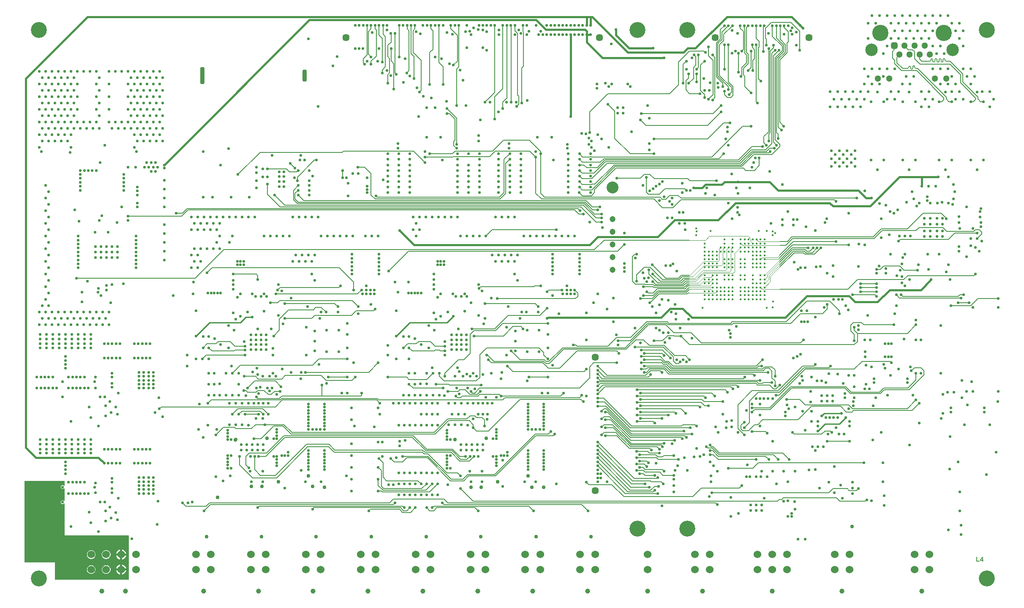
<source format=gbr>
G04*
G04 #@! TF.GenerationSoftware,Altium Limited,Altium Designer,23.4.1 (23)*
G04*
G04 Layer_Physical_Order=4*
G04 Layer_Color=16440176*
%FSLAX44Y44*%
%MOMM*%
G71*
G04*
G04 #@! TF.SameCoordinates,210523F5-4B5D-4388-949E-6639FD9C488E*
G04*
G04*
G04 #@! TF.FilePolarity,Positive*
G04*
G01*
G75*
%ADD16C,0.2540*%
%ADD17C,0.4064*%
%ADD220C,0.1524*%
%ADD225C,1.0000*%
%ADD229C,0.7112*%
%ADD230C,0.1016*%
G04:AMPARAMS|DCode=232|XSize=1.3mm|YSize=1.3mm|CornerRadius=0.325mm|HoleSize=0mm|Usage=FLASHONLY|Rotation=180.000|XOffset=0mm|YOffset=0mm|HoleType=Round|Shape=RoundedRectangle|*
%AMROUNDEDRECTD232*
21,1,1.3000,0.6500,0,0,180.0*
21,1,0.6500,1.3000,0,0,180.0*
1,1,0.6500,-0.3250,0.3250*
1,1,0.6500,0.3250,0.3250*
1,1,0.6500,0.3250,-0.3250*
1,1,0.6500,-0.3250,-0.3250*
%
%ADD232ROUNDEDRECTD232*%
%ADD233C,1.3000*%
%ADD234C,3.2500*%
%ADD235C,2.5000*%
%ADD236C,2.3900*%
%ADD237C,1.2000*%
%ADD238C,1.4500*%
%ADD239C,1.5240*%
G04:AMPARAMS|DCode=240|XSize=3.4mm|YSize=0.8mm|CornerRadius=0.2mm|HoleSize=0mm|Usage=FLASHONLY|Rotation=270.000|XOffset=0mm|YOffset=0mm|HoleType=Round|Shape=RoundedRectangle|*
%AMROUNDEDRECTD240*
21,1,3.4000,0.4000,0,0,270.0*
21,1,3.0000,0.8000,0,0,270.0*
1,1,0.4000,-0.2000,-1.5000*
1,1,0.4000,-0.2000,1.5000*
1,1,0.4000,0.2000,1.5000*
1,1,0.4000,0.2000,-1.5000*
%
%ADD240ROUNDEDRECTD240*%
G04:AMPARAMS|DCode=241|XSize=2.4mm|YSize=0.8mm|CornerRadius=0.2mm|HoleSize=0mm|Usage=FLASHONLY|Rotation=270.000|XOffset=0mm|YOffset=0mm|HoleType=Round|Shape=RoundedRectangle|*
%AMROUNDEDRECTD241*
21,1,2.4000,0.4000,0,0,270.0*
21,1,2.0000,0.8000,0,0,270.0*
1,1,0.4000,-0.2000,-1.0000*
1,1,0.4000,-0.2000,1.0000*
1,1,0.4000,0.2000,1.0000*
1,1,0.4000,0.2000,-1.0000*
%
%ADD241ROUNDEDRECTD241*%
%ADD242C,3.2000*%
%ADD243C,0.5500*%
%ADD244C,0.4500*%
%ADD245C,0.7500*%
G36*
X101600Y236528D02*
X100330Y236002D01*
X99777Y236555D01*
X98393Y237129D01*
X96894D01*
X95510Y236555D01*
X94451Y235496D01*
X93877Y234112D01*
Y232613D01*
X94451Y231229D01*
X95510Y230170D01*
X96894Y229597D01*
X98393D01*
X99777Y230170D01*
X100330Y230723D01*
X101600Y230197D01*
Y206366D01*
X100330Y205839D01*
X99777Y206393D01*
X98393Y206966D01*
X96894D01*
X95510Y206393D01*
X94451Y205333D01*
X93877Y203949D01*
Y202451D01*
X94451Y201067D01*
X95510Y200007D01*
X96894Y199434D01*
X98393D01*
X99777Y200007D01*
X100330Y200561D01*
X101600Y200035D01*
Y136525D01*
X230187D01*
Y47625D01*
X82550D01*
Y82550D01*
X21100D01*
Y246063D01*
X101600D01*
Y236528D01*
D02*
G37*
G36*
X1942160Y87605D02*
X1943367D01*
Y85966D01*
X1942160D01*
Y83998D01*
X1940344D01*
Y85966D01*
X1936356D01*
Y87592D01*
X1940573Y93802D01*
X1942160D01*
Y87605D01*
D02*
G37*
G36*
X1930781Y85649D02*
X1935683D01*
Y83998D01*
X1928813D01*
Y93688D01*
X1930781D01*
Y85649D01*
D02*
G37*
%LPC*%
G36*
X217022Y108124D02*
Y100182D01*
X224964D01*
X224458Y102072D01*
X223120Y104388D01*
X221228Y106280D01*
X218912Y107618D01*
X217022Y108124D01*
D02*
G37*
G36*
X212958Y108124D02*
X211068Y107618D01*
X208752Y106280D01*
X206860Y104388D01*
X205522Y102072D01*
X205016Y100182D01*
X212958D01*
Y108124D01*
D02*
G37*
G36*
X186147Y106786D02*
X183873D01*
X181677Y106198D01*
X179707Y105061D01*
X178099Y103453D01*
X176963Y101483D01*
X176374Y99287D01*
Y97013D01*
X176963Y94817D01*
X178099Y92847D01*
X179707Y91240D01*
X181677Y90103D01*
X183873Y89514D01*
X186147D01*
X188343Y90103D01*
X190313Y91240D01*
X191921Y92847D01*
X193057Y94817D01*
X193646Y97013D01*
Y99287D01*
X193057Y101483D01*
X191921Y103453D01*
X190313Y105061D01*
X188343Y106198D01*
X186147Y106786D01*
D02*
G37*
G36*
X156177D02*
X153903D01*
X151707Y106198D01*
X149737Y105061D01*
X148130Y103453D01*
X146993Y101483D01*
X146404Y99287D01*
Y97013D01*
X146993Y94817D01*
X148130Y92847D01*
X149737Y91240D01*
X151707Y90103D01*
X153903Y89514D01*
X156177D01*
X158373Y90103D01*
X160343Y91240D01*
X161950Y92847D01*
X163088Y94817D01*
X163676Y97013D01*
Y99287D01*
X163088Y101483D01*
X161950Y103453D01*
X160343Y105061D01*
X158373Y106198D01*
X156177Y106786D01*
D02*
G37*
G36*
X212958Y96118D02*
X205016D01*
X205522Y94228D01*
X206860Y91912D01*
X208752Y90020D01*
X211068Y88682D01*
X212958Y88176D01*
Y96118D01*
D02*
G37*
G36*
X224964D02*
X217022D01*
Y88176D01*
X218912Y88682D01*
X221228Y90020D01*
X223120Y91912D01*
X224458Y94228D01*
X224964Y96118D01*
D02*
G37*
G36*
X217022Y78154D02*
Y70212D01*
X224964D01*
X224458Y72102D01*
X223120Y74418D01*
X221228Y76310D01*
X218912Y77648D01*
X217022Y78154D01*
D02*
G37*
G36*
X212958Y78154D02*
X211068Y77648D01*
X208752Y76310D01*
X206860Y74418D01*
X205522Y72102D01*
X205016Y70212D01*
X212958D01*
Y78154D01*
D02*
G37*
G36*
X186147Y76816D02*
X183873D01*
X181677Y76227D01*
X179707Y75090D01*
X178099Y73483D01*
X176963Y71513D01*
X176374Y69317D01*
Y67043D01*
X176963Y64847D01*
X178099Y62877D01*
X179707Y61269D01*
X181677Y60132D01*
X183873Y59544D01*
X186147D01*
X188343Y60132D01*
X190313Y61269D01*
X191921Y62877D01*
X193057Y64847D01*
X193646Y67043D01*
Y69317D01*
X193057Y71513D01*
X191921Y73483D01*
X190313Y75090D01*
X188343Y76227D01*
X186147Y76816D01*
D02*
G37*
G36*
X156177D02*
X153903D01*
X151707Y76227D01*
X149737Y75090D01*
X148130Y73483D01*
X146993Y71513D01*
X146404Y69317D01*
Y67043D01*
X146993Y64847D01*
X148130Y62877D01*
X149737Y61269D01*
X151707Y60132D01*
X153903Y59544D01*
X156177D01*
X158373Y60132D01*
X160343Y61269D01*
X161950Y62877D01*
X163088Y64847D01*
X163676Y67043D01*
Y69317D01*
X163088Y71513D01*
X161950Y73483D01*
X160343Y75090D01*
X158373Y76227D01*
X156177Y76816D01*
D02*
G37*
G36*
X212958Y66148D02*
X205016D01*
X205522Y64258D01*
X206860Y61942D01*
X208752Y60050D01*
X211068Y58712D01*
X212958Y58206D01*
Y66148D01*
D02*
G37*
G36*
X224964D02*
X217022D01*
Y58206D01*
X218912Y58712D01*
X221228Y60050D01*
X223120Y61942D01*
X224458Y64258D01*
X224964Y66148D01*
D02*
G37*
G36*
X1940344Y90919D02*
X1938109Y87605D01*
X1940344D01*
Y90919D01*
D02*
G37*
%LPD*%
D16*
X1611313Y346075D02*
X1625600Y360363D01*
X1654175D02*
X1666875Y373063D01*
X1625600Y360363D02*
X1654175D01*
X1611313Y346075D02*
X1611313D01*
X1619362Y376237D02*
X1624125Y381000D01*
X1658938D01*
X868363Y563563D02*
X881062Y576263D01*
X793750Y563563D02*
X868363D01*
X766762Y536575D02*
X793750Y563563D01*
X365125Y536575D02*
X392113Y563563D01*
X454025D01*
X465137Y574675D01*
X477837D01*
D17*
X1147925Y1159475D02*
Y1176338D01*
X1155781Y1159411D02*
Y1176338D01*
X1232706Y1113619D02*
X1281113D01*
X1206500Y1139825D02*
X1232706Y1113619D01*
X1206500Y1139825D02*
Y1150938D01*
X1350992Y1113473D02*
X1366122D01*
X1158875Y1176338D02*
X1230312Y1104900D01*
X1342419D02*
X1350992Y1113473D01*
X1230312Y1104900D02*
X1342419D01*
X1155781Y1176338D02*
X1158875D01*
X1366122Y1113473D02*
X1428987Y1176338D01*
X1068776Y571500D02*
X1070364Y573088D01*
X1296876D02*
X1314803Y591014D01*
X1068388Y571500D02*
X1068776D01*
X1070364Y573088D02*
X1296876D01*
X1154112Y719137D02*
X1169987Y735013D01*
X1290749D02*
X1324550Y768814D01*
X1169987Y735013D02*
X1290749D01*
X1148000Y1125450D02*
X1179662Y1093788D01*
X1303338D01*
X1148000Y1125450D02*
Y1140425D01*
X320675Y898525D02*
X592137Y1169987D01*
X1046674D01*
X1065724Y1150938D01*
X1116006Y976319D02*
Y1140419D01*
Y976319D02*
X1116012Y976312D01*
X1116000Y1140425D02*
X1116006Y1140419D01*
X1148000Y1140425D02*
X1156000D01*
X1148000D02*
Y1147763D01*
X1144825Y1150938D02*
X1148000Y1147763D01*
X1065724Y1150938D02*
X1144825D01*
X1428987Y1176338D02*
X1558828D01*
X23812Y312738D02*
Y1052513D01*
X147638Y1176338D01*
X1147925D01*
X320675Y898525D02*
Y898525D01*
X1754975Y628650D02*
X1817688D01*
X1685813Y604837D02*
X1731163D01*
X1754975Y628650D01*
X1674237Y616414D02*
X1685813Y604837D01*
X1314803Y591014D02*
X1340750D01*
X1358677Y573088D01*
X1546225D01*
X1589552Y616414D02*
X1674237D01*
X1546225Y573088D02*
X1589552Y616414D01*
X1817688Y628650D02*
X1838325Y649287D01*
X1819275Y855663D02*
X1852612D01*
X1774825D02*
X1819275D01*
Y836612D02*
Y855663D01*
X773112Y747712D02*
X801687Y719137D01*
X1154112D01*
X1716087Y796925D02*
X1774825Y855663D01*
X1641573Y796925D02*
X1716087D01*
X1635223Y803275D02*
X1641573Y796925D01*
X1446212Y803275D02*
X1635223D01*
X1411752Y768814D02*
X1446212Y803275D01*
X1324550Y768814D02*
X1411752D01*
X1515257Y845356D02*
X1531938Y828675D01*
X1450975Y845356D02*
X1515257D01*
X1386240Y840251D02*
X1419540D01*
X1424645Y845356D01*
X1450975D01*
X1708150Y812800D02*
X1719263D01*
X1531938Y828675D02*
X1692275D01*
X1708150Y812800D01*
X1362075Y833438D02*
X1379426D01*
X1386240Y840251D01*
X1576145Y1159020D02*
Y1159020D01*
X1558828Y1176338D02*
X1576145Y1159020D01*
Y1159020D02*
X1581895Y1153270D01*
X1147925Y1176338D02*
X1155781D01*
X301625Y879475D02*
X320675Y898525D01*
X169862Y292100D02*
X180975Y280987D01*
X44450Y292100D02*
X169862D01*
X23812Y312738D02*
X44450Y292100D01*
D220*
X1835912Y1087374D02*
G03*
X1837944Y1089406I0J2032D01*
G01*
X1842008Y1090422D02*
G03*
X1837944Y1090422I-2032J0D01*
G01*
X1842008Y1087755D02*
G03*
X1846072Y1087755I2032J0D01*
G01*
X1850136Y1090422D02*
G03*
X1846072Y1090422I-2032J0D01*
G01*
X1850136Y1087755D02*
G03*
X1854200Y1087755I2032J0D01*
G01*
X1858264Y1090422D02*
G03*
X1854200Y1090422I-2032J0D01*
G01*
X1858264Y1087755D02*
G03*
X1862328Y1087755I2032J0D01*
G01*
X1866392Y1090422D02*
G03*
X1862328Y1090422I-2032J0D01*
G01*
X1866392Y1089406D02*
G03*
X1868424Y1087374I2032J0D01*
G01*
X1805622Y1075118D02*
G03*
X1807654Y1073086I2032J0D01*
G01*
X1805622Y1076134D02*
G03*
X1801558Y1076134I-2032J0D01*
G01*
X1797494Y1073467D02*
G03*
X1801558Y1073467I2032J0D01*
G01*
X1797494Y1075131D02*
G03*
X1793430Y1075131I-2032J0D01*
G01*
X1791398Y1073086D02*
G03*
X1793430Y1075118I0J2032D01*
G01*
X1158538Y895350D02*
G03*
X1152862Y895350I-2838J-4762D01*
G01*
X726425Y1113534D02*
G03*
X726425Y1112140I5500J-697D01*
G01*
X1238250Y320675D02*
X1303144D01*
X1303531Y321062D01*
X1296987Y244475D02*
X1301701Y239761D01*
X1169987Y316000D02*
X1239925Y246063D01*
X1277937Y244475D02*
X1296987D01*
X1276350Y246063D02*
X1277937Y244475D01*
X1239925Y246063D02*
X1276350D01*
X1225325Y220662D02*
X1290638D01*
X1276350Y227013D02*
X1284288Y234950D01*
X1292225D01*
X1234975Y227013D02*
X1276350D01*
X1169987Y292000D02*
X1234975Y227013D01*
X1395412Y298450D02*
X1401763D01*
X1411288Y288925D01*
X602504Y889000D02*
X606425D01*
X568325Y854821D02*
X602504Y889000D01*
X568325Y847725D02*
Y854821D01*
X1816092Y1081087D02*
X1876138D01*
X1876497Y1087374D02*
X1901825Y1062046D01*
X1897126Y1044153D02*
Y1060100D01*
X1876138Y1081087D02*
X1897126Y1060100D01*
X1873250Y1087374D02*
X1876497D01*
X1901825Y1046099D02*
Y1062046D01*
X1819429Y1087374D02*
X1827099D01*
X1835912D01*
X1837944Y1089406D02*
Y1090422D01*
X1842008Y1087755D02*
Y1090422D01*
X1846072Y1087755D02*
Y1090422D01*
X1850136Y1087755D02*
Y1090422D01*
X1854200Y1087755D02*
Y1090422D01*
X1858264Y1087755D02*
Y1090422D01*
X1862328Y1087755D02*
Y1090422D01*
X1866392Y1089406D02*
Y1090422D01*
X1868424Y1087374D02*
X1873250D01*
X1804987Y1092192D02*
X1816092Y1081087D01*
X1792968Y1110482D02*
X1800993D01*
X1804987Y1092192D02*
Y1106488D01*
X1800993Y1110482D02*
X1804987Y1106488D01*
X1815300Y1091503D02*
X1819429Y1087374D01*
X1815300Y1091503D02*
Y1100950D01*
X1769991Y1084334D02*
Y1094830D01*
X1774500Y1099339D02*
Y1100950D01*
X1769991Y1094830D02*
X1774500Y1099339D01*
X1932118Y1011869D02*
X1937512Y1006475D01*
X1943100D01*
X1901825Y1046099D02*
X1932118Y1015806D01*
Y1011869D02*
Y1015806D01*
X1897126Y1044153D02*
X1915754Y1025525D01*
X1917700Y1006475D02*
X1923288D01*
X1919076Y1022202D02*
X1927419Y1013859D01*
X1923288Y1006475D02*
X1927419Y1010606D01*
Y1013859D01*
X1915754Y1025525D02*
X1919076Y1022202D01*
X1915754Y1025525D02*
Y1025525D01*
X1784700Y1118750D02*
X1792968Y1110482D01*
X1761015Y1107263D02*
X1764609Y1110857D01*
X1761015Y1093209D02*
X1765292Y1088932D01*
X1769991Y1084334D02*
X1781239Y1073086D01*
X1839554Y1038225D02*
Y1038225D01*
X1809391Y1068388D02*
X1839554Y1038225D01*
Y1038225D02*
X1842876Y1034902D01*
X1863919Y1013859D01*
X1779292Y1068388D02*
X1809391D01*
X1854200Y1006475D02*
X1859788D01*
X1863919Y1010606D01*
Y1013859D01*
X1868618Y1011869D02*
X1874012Y1006475D01*
X1879600D01*
X1868618Y1011869D02*
Y1015806D01*
X1814512Y1069911D02*
X1868618Y1015806D01*
X1781239Y1073086D02*
X1787488D01*
X1811337D02*
X1814512Y1069911D01*
X1807654Y1073086D02*
X1811337D01*
X1805622Y1075118D02*
Y1076134D01*
X1801558Y1073467D02*
Y1076134D01*
X1797494Y1073467D02*
Y1075131D01*
X1793430Y1075118D02*
Y1075131D01*
X1787488Y1073086D02*
X1791398D01*
X1765292Y1082388D02*
Y1088932D01*
Y1082388D02*
X1779292Y1068388D01*
X1761015Y1093209D02*
Y1107263D01*
X1764300Y1118750D02*
X1764609Y1118441D01*
Y1110857D02*
Y1118441D01*
X1354138Y1108075D02*
X1382713D01*
X1385887Y1104900D01*
X1331913Y1085850D02*
X1354138Y1108075D01*
X1371600Y1074737D02*
Y1100137D01*
X1210400Y706438D02*
X1223962Y720000D01*
X790575Y706438D02*
X1210400D01*
X1274762Y860425D02*
X1283506Y851682D01*
X1255713Y852487D02*
X1263650Y860425D01*
X1274762D01*
X1208087Y852487D02*
X1255713D01*
X1126344Y518307D02*
X1128712Y515938D01*
X1120766Y518307D02*
X1126344D01*
X1128712Y515938D02*
X1190625D01*
X1208087Y533400D01*
X1275129Y674344D02*
X1278886Y670587D01*
X1263404Y674344D02*
X1275129D01*
X1247775Y658715D02*
X1263404Y674344D01*
X1247775Y646113D02*
Y658715D01*
X1239837Y646210D02*
X1245479Y640568D01*
X1239837Y646210D02*
Y695034D01*
X1244131Y699327D02*
X1247014D01*
X1247775Y700088D01*
X1239837Y695034D02*
X1244131Y699327D01*
X1265140Y639762D02*
X1281113D01*
X1245479Y640568D02*
X1264334D01*
X1265140Y639762D01*
X1278886Y670564D02*
X1300163Y649287D01*
X1278886Y670564D02*
Y670587D01*
X1272833Y660742D02*
Y668800D01*
X1275180Y603250D02*
X1292642Y620713D01*
X1349375D01*
X1274762Y603250D02*
X1275180D01*
X1268412Y625475D02*
X1271588Y622300D01*
X1281113D01*
X1280331Y645306D02*
Y645331D01*
Y645306D02*
X1285875Y639762D01*
X1339850D01*
X1262063Y635000D02*
X1281113D01*
X1282700Y633413D01*
X1281113Y639762D02*
X1284288Y636587D01*
X1282700Y633413D02*
X1343025D01*
X1280331Y661084D02*
X1280428D01*
X1272833Y660742D02*
X1290638Y642937D01*
X1300163Y649287D02*
X1333500D01*
X1182688Y728662D02*
X1354138D01*
X1163637Y709613D02*
X1182688Y728662D01*
X1158875Y795338D02*
X1174750D01*
X1123950Y788988D02*
X1131888Y781050D01*
X1141413D01*
X1166813Y765175D02*
X1177925D01*
X1166813Y773112D02*
X1177925D01*
X1141413Y798512D02*
X1166813Y773112D01*
X1163637Y781050D02*
X1177925D01*
X1163637Y830263D02*
X1206500Y873125D01*
X1139694Y817562D02*
X1157288D01*
X1163637Y823913D02*
Y830263D01*
X1157288Y817562D02*
X1163637Y823913D01*
X1206500Y873125D02*
X1462088D01*
X1162856Y862819D02*
X1185863Y885825D01*
X1139019Y862819D02*
X1162856D01*
X1157996Y851706D02*
X1188940Y882650D01*
X731837Y290513D02*
X739775Y282575D01*
X809625Y246063D02*
X815975Y239713D01*
X739775Y253555D02*
Y282575D01*
X747267Y246063D02*
X809625D01*
X739775Y253555D02*
X747267Y246063D01*
X736600Y234950D02*
X741363Y230187D01*
X817562D02*
X827087Y239713D01*
X741363Y230187D02*
X817562D01*
X730250Y273050D02*
X736600Y266700D01*
Y234950D02*
Y266700D01*
X730250Y236537D02*
X739775Y227013D01*
X730250Y236537D02*
Y249237D01*
X739775Y227013D02*
X825500D01*
X838200Y239713D01*
X730250Y225425D02*
X736600D01*
X738187Y223838D01*
X833438D01*
X849313Y239713D01*
X760413Y209550D02*
X862012D01*
X869950Y201612D02*
X1406525D01*
X862012Y209550D02*
X869950Y201612D01*
X392113D02*
X752475D01*
X760413Y209550D01*
X714375Y188913D02*
X773112D01*
X779463Y182563D02*
X795338D01*
X804863Y192087D01*
X773112Y188913D02*
X779463Y182563D01*
X787400Y185737D02*
X793750Y192087D01*
X781050Y185737D02*
X787400D01*
X774700Y192087D02*
X781050Y185737D01*
X601662Y192087D02*
X774700D01*
X779459Y195266D02*
X782637Y192087D01*
X492129Y195266D02*
X779459D01*
X393700Y198438D02*
X760413D01*
X763587Y201612D01*
X827087Y192087D02*
X833438Y185737D01*
X841375D01*
X847725Y192087D02*
X923925D01*
X841375Y185737D02*
X847725Y192087D01*
X873125Y195263D02*
X1031875Y195263D01*
X841375Y195263D02*
X873125D01*
X838200Y192087D02*
X841375Y195263D01*
X873125Y198438D02*
X1138238Y198438D01*
X862012Y198438D02*
X873125D01*
X858838Y201612D02*
X862012Y198438D01*
X868363Y261938D02*
X889000D01*
X822325Y300037D02*
X830263D01*
X868363Y261938D01*
X787400Y292100D02*
X828675D01*
X874713Y246063D02*
X901700D01*
X828675Y292100D02*
X874713Y246063D01*
X779463Y295275D02*
X830263D01*
X876300Y249237D01*
X900113D01*
X819150Y303213D02*
X822325Y300037D01*
X889000Y261938D02*
X895350Y255588D01*
X819150Y307975D02*
X823913Y303213D01*
X912812Y285750D02*
X922337Y295275D01*
X893763Y285750D02*
X912812D01*
X823913Y303213D02*
X876300D01*
X893763Y285750D01*
X877887Y306388D02*
X895350Y288925D01*
X908050D02*
X914400Y295275D01*
X895350Y288925D02*
X908050D01*
X798512Y333375D02*
X825500Y306388D01*
X877887D01*
X800100Y336550D02*
X827087Y309562D01*
X879374D02*
X893661Y295275D01*
X827087Y309562D02*
X879374D01*
X642145Y303213D02*
X819150D01*
X642937Y307975D02*
X819150D01*
X631825Y319088D02*
X642937Y307975D01*
X586541Y319088D02*
X631825D01*
X524482Y257029D02*
X586541Y319088D01*
X526586Y251949D02*
X588963Y314325D01*
X631032D02*
X642145Y303213D01*
X588963Y314325D02*
X631032D01*
X504825Y295275D02*
X542925Y333375D01*
X798512D01*
X506413Y301625D02*
X541338Y336550D01*
X800100D01*
X844550Y339725D02*
X871537Y366712D01*
X555625Y339725D02*
X844550D01*
X539750Y355600D02*
X555625Y339725D01*
X541338Y358775D02*
X557212Y342900D01*
X842962D02*
X869950Y369888D01*
X557212Y342900D02*
X842962D01*
X1431925Y271462D02*
X1481138D01*
X1917700Y596900D02*
X1931987Y611188D01*
X1973262D01*
X1878013Y596900D02*
X1917700D01*
X125413Y652462D02*
X363537D01*
X420687Y709613D02*
X1163637D01*
X363537Y652462D02*
X420687Y709613D01*
X958850Y749300D02*
X1087438D01*
X946150Y736600D02*
X958850Y749300D01*
X532458Y607206D02*
X678669D01*
X690563Y595312D01*
X528189Y602938D02*
X532458Y607206D01*
X514350Y602938D02*
X528189D01*
X1341438Y1042988D02*
Y1081087D01*
X1347787Y1087438D01*
X1017588Y1073537D02*
X1021619Y1077569D01*
X1020000Y1147515D02*
X1021619Y1145896D01*
Y1077569D02*
Y1145896D01*
X1020000Y1147515D02*
Y1159475D01*
X1009650Y1019975D02*
Y1143000D01*
X1012019Y1000907D02*
Y1017606D01*
X1009650Y1019975D02*
X1012019Y1017606D01*
X1004000Y1148650D02*
X1009650Y1143000D01*
X1004000Y1148650D02*
Y1159475D01*
X996475Y1005362D02*
X996950Y1004887D01*
X996000Y1159475D02*
X996475Y1159000D01*
Y1005362D02*
Y1159000D01*
X988000Y1013400D02*
Y1159475D01*
X979488Y1004887D02*
X988000Y1013400D01*
X963613Y1016000D02*
X980000Y1032387D01*
Y1159475D01*
X944563Y1004887D02*
X964000Y1024325D01*
Y1159475D01*
X887412Y1071562D02*
X892000Y1076150D01*
Y1159475D01*
X876000Y1152450D02*
X889000Y1139450D01*
X876000Y1152450D02*
Y1159475D01*
X851706Y1085044D02*
Y1159181D01*
Y1085044D02*
X860425Y1076325D01*
X851706Y1159181D02*
X852000Y1159475D01*
X836000Y1152450D02*
X839788Y1148662D01*
X836000Y1152450D02*
Y1159475D01*
X800100Y1148700D02*
X804000Y1152600D01*
Y1159475D01*
X796000Y1102650D02*
X801687Y1096963D01*
X796000Y1102650D02*
Y1159475D01*
X788000Y1152450D02*
Y1159475D01*
Y1152450D02*
X792162Y1148288D01*
X771963Y1096218D02*
Y1159437D01*
X771925Y1096181D02*
X771963Y1096218D01*
Y1159437D02*
X772000Y1159475D01*
X740000Y1141188D02*
X744538Y1136650D01*
X740000Y1141188D02*
Y1159475D01*
X732000Y1139662D02*
Y1159475D01*
Y1139662D02*
X738187Y1133475D01*
X726425Y1113534D02*
Y1150025D01*
X724000Y1152450D02*
X726425Y1150025D01*
X724000Y1152450D02*
Y1159475D01*
X710465Y1147065D02*
X716000Y1152600D01*
Y1159475D01*
X707925Y1100038D02*
Y1159400D01*
X708000Y1159475D01*
X700088Y1092200D02*
X707925Y1100038D01*
X750888Y666750D02*
X790575Y706438D01*
X1728788Y669925D02*
X1736433D01*
X1357312Y542925D02*
X1377950Y522287D01*
X1576387D02*
X1582737Y528638D01*
X1377950Y522287D02*
X1576387D01*
X1354138Y519113D02*
X1684337D01*
X1041948Y635000D02*
X1043848Y636900D01*
X1056000D01*
X932669Y632274D02*
X935395Y635000D01*
X1041948D01*
X396875Y673100D02*
X652462D01*
X681038Y628650D02*
Y644525D01*
X652462Y673100D02*
X681038Y644525D01*
X1630363Y590550D02*
Y600075D01*
X1620838Y581025D02*
X1630363Y590550D01*
X1576387Y581025D02*
X1620838D01*
X1644650Y596900D02*
X1654175Y587375D01*
Y581025D02*
Y587375D01*
X1644650Y596900D02*
Y596900D01*
X1589185Y606425D02*
X1635125D01*
X1644650Y596900D01*
X1439863Y565150D02*
X1547910D01*
X1589185Y606425D01*
X1436687Y561975D02*
X1439863Y565150D01*
X1312863Y561975D02*
X1436687D01*
X1309688Y565150D02*
X1312863Y561975D01*
X1268412Y565150D02*
X1309688D01*
X1441900Y561975D02*
X1557337D01*
X1311275Y558800D02*
X1438725D01*
X1441900Y561975D01*
X1308100D02*
X1311275Y558800D01*
X1270000Y561975D02*
X1308100D01*
X1271588Y558800D02*
X1306512D01*
X1322388Y542925D02*
X1357312D01*
X1306512Y558800D02*
X1322388Y542925D01*
X1236663Y533400D02*
X1268412Y565150D01*
X1208087Y533400D02*
X1236663D01*
X1557337Y561975D02*
X1576387Y581025D01*
X1235075Y527050D02*
X1270000Y561975D01*
X1211263Y527050D02*
X1235075D01*
X1162050Y482600D02*
X1208087D01*
X1154112Y474663D02*
X1162050Y482600D01*
X1128712Y506413D02*
X1208087D01*
X1212850Y501650D01*
X1784253Y668337D02*
X1811337D01*
X1775534Y677057D02*
X1784253Y668337D01*
X1743564Y677057D02*
X1775534D01*
X1736433Y669925D02*
X1743564Y677057D01*
X1562100Y725488D02*
X1647825D01*
X1644650Y809625D02*
X1647825Y806450D01*
X1336675Y809625D02*
X1644650D01*
X1535112Y698500D02*
X1562100Y725488D01*
X1930400Y731837D02*
X1939925Y741363D01*
Y744538D01*
X1935163Y749300D02*
X1939925Y744538D01*
X1923953Y746125D02*
X1927128Y749300D01*
X1870015Y746125D02*
X1923953D01*
X1927128Y749300D02*
X1935163D01*
X1862078Y754062D02*
X1870015Y746125D01*
X1814512Y754062D02*
X1862078D01*
X1808163Y747712D02*
X1814512Y754062D01*
X1739900Y747712D02*
X1808163D01*
X1738313Y750888D02*
X1790700D01*
X1858353Y782637D02*
X1868620Y772371D01*
Y771562D02*
Y772371D01*
X1822450Y782637D02*
X1858353D01*
X1790700Y750888D02*
X1822450Y782637D01*
X1773237Y727075D02*
X1776413Y730250D01*
X1873250D01*
X1722437Y735013D02*
X1738313Y750888D01*
X1558925Y735013D02*
X1722437D01*
X1550063Y726151D02*
X1558925Y735013D01*
X1535112Y726151D02*
X1550063D01*
X1724025Y731837D02*
X1739900Y747712D01*
X1546826Y718151D02*
X1560513Y731837D01*
X1724025D01*
X1535112Y718151D02*
X1546826D01*
X1924050Y657225D02*
X1927225Y660400D01*
X1690688Y649287D02*
X1783556D01*
X1791494Y657225D01*
X1924050D01*
X1671551Y630151D02*
X1690688Y649287D01*
X1535112Y630151D02*
X1671551D01*
X1336675Y812800D02*
X1689100D01*
X1583544Y473075D02*
X1633537D01*
X1636712Y476250D01*
X1581150D02*
X1603375D01*
X1606550Y479425D01*
X1225550Y512762D02*
X1271588Y558800D01*
X1100137Y512762D02*
X1225550D01*
X1346200Y496888D02*
X1354138Y488950D01*
X1323975Y496888D02*
X1346200D01*
X1303338Y517525D02*
X1323975Y496888D01*
X1273175Y517525D02*
X1303338D01*
X1262063Y528638D02*
X1273175Y517525D01*
X1246188Y528638D02*
X1262063D01*
X1227138Y509588D02*
X1246188Y528638D01*
X1101725Y509588D02*
X1227138D01*
X950912Y346075D02*
X1014413Y409575D01*
X1136650D02*
X1141413Y404813D01*
X1014413Y409575D02*
X1136650D01*
X984250Y412750D02*
X1133475D01*
X1138238Y417513D01*
X731837Y407988D02*
X979488D01*
X984250Y412750D01*
X927100Y346075D02*
X950912D01*
X920750Y352425D02*
X927100Y346075D01*
X1154112Y452438D02*
Y474663D01*
X1133475Y431800D02*
X1154112Y452438D01*
X924022Y422275D02*
X933547Y431800D01*
X1133475D01*
X915987Y425450D02*
X919163Y422275D01*
X924022D01*
X957262Y482600D02*
X1060450D01*
X1093788Y471488D02*
X1128712Y506413D01*
X1071562Y471488D02*
X1093788D01*
X1060450Y482600D02*
X1071562Y471488D01*
X1066800Y481012D02*
X1073150D01*
X1101725Y509588D01*
X962025Y485775D02*
X1062038D01*
X1066800Y481012D01*
X1014478Y488950D02*
X1063089D01*
X1072368Y484994D02*
X1100137Y512762D01*
X1067045Y484994D02*
X1072368D01*
X1063089Y488950D02*
X1067045Y484994D01*
X1054100Y577850D02*
X1068388Y592137D01*
X1071825Y628913D02*
X1098288D01*
X1068388Y625475D02*
X1071825Y628913D01*
X990600Y577850D02*
X1054100D01*
X963613Y550863D02*
X990600Y577850D01*
X917575Y550863D02*
X963613D01*
X1000125Y555625D02*
X1016000D01*
X1020762Y550863D01*
X349250Y788988D02*
X1123950D01*
X347663Y792162D02*
X1130300D01*
X1135062Y787400D01*
X1136650Y795338D02*
X1166813Y765175D01*
X533400Y795338D02*
X1136650D01*
X581025Y808037D02*
X1146175D01*
X1158875Y795338D01*
X1160462Y788988D02*
X1169987D01*
X569912Y804863D02*
X1144587D01*
X1160462Y788988D01*
X568325Y801687D02*
X1143000D01*
X1163637Y781050D01*
X542925Y798512D02*
X1141413D01*
X1314341Y818344D02*
X1331131D01*
X1336675Y812800D01*
X1320800Y793750D02*
X1336675Y809625D01*
X1282700Y811212D02*
X1300163Y793750D01*
X1320800D01*
X1057275Y811212D02*
X1282700D01*
X1306428Y810431D02*
X1314341Y818344D01*
X1299259Y810431D02*
X1306428D01*
X1295303Y814388D02*
X1299259Y810431D01*
X1454150Y231775D02*
X1458913Y236537D01*
X1377950Y231775D02*
X1454150D01*
X1360488Y214312D02*
X1377950Y231775D01*
X1222375Y214312D02*
X1360488D01*
X1198562Y238125D02*
X1222375Y214312D01*
X1152525Y238125D02*
X1198562D01*
X1147763Y242887D02*
X1152525Y238125D01*
X1406525Y201612D02*
X1409700Y198438D01*
X1530350Y204788D02*
X1534319Y208756D01*
X1706562Y204788D02*
X1709738Y207962D01*
X1655762Y204788D02*
X1706562D01*
X1648631Y211919D02*
X1655762Y204788D01*
X1542341Y211919D02*
X1648631D01*
X1539178Y208756D02*
X1542341Y211919D01*
X1534319Y208756D02*
X1539178D01*
X920750Y204788D02*
X1530350D01*
X895350Y230187D02*
X920750Y204788D01*
X898525Y415925D02*
X930275D01*
X889000Y412750D02*
X895350D01*
X885825Y415925D02*
X889000Y412750D01*
X895350D02*
X898525Y415925D01*
X904115Y428625D02*
X913640Y419100D01*
X893763Y428625D02*
X904115D01*
X869950Y425450D02*
X890587D01*
X893763Y428625D01*
X536575Y411162D02*
X728662D01*
X731837Y407988D01*
X973138Y419100D02*
X976312Y415925D01*
X933450Y419100D02*
X973138D01*
X930275Y415925D02*
X933450Y419100D01*
X800906Y907244D02*
X823913Y884238D01*
X660351Y907244D02*
X800906D01*
X657982Y904875D02*
X660351Y907244D01*
X493713Y904875D02*
X657982D01*
X449263Y860425D02*
X493713Y904875D01*
X1063625Y814388D02*
X1295303D01*
X1055687Y822325D02*
X1063625Y814388D01*
X1055687Y822325D02*
Y901700D01*
X1046162Y822325D02*
X1057275Y811212D01*
X1046162Y822325D02*
Y895350D01*
X884405Y907244D02*
X959632D01*
X981075Y928688D02*
X1033463D01*
X959632Y907244D02*
X981075Y928688D01*
X833438Y901700D02*
X878861D01*
X884405Y907244D01*
X823913Y895350D02*
X879353D01*
X880159Y896156D02*
X953306D01*
X879353Y895350D02*
X880159Y896156D01*
X953306D02*
X964394Y907244D01*
X1034268D01*
X1046162Y895350D01*
X1033463Y928688D02*
X1055687Y906462D01*
Y901700D02*
Y906462D01*
X1781175Y615950D02*
X1892300D01*
X1778000Y619125D02*
X1781175Y615950D01*
X1895475Y619125D02*
X1903412D01*
X1892300Y615950D02*
X1895475Y619125D01*
X1768475D02*
X1774825Y612775D01*
X1898650D01*
X1873250Y730250D02*
X1885950Y742950D01*
X1930400D01*
X1641475Y230187D02*
X1670348D01*
X1674304Y226231D02*
X1688318D01*
X1670348Y230187D02*
X1674304Y226231D01*
X1688318D02*
X1692275Y230187D01*
X1633537Y222250D02*
X1641475Y230187D01*
X1398587Y222250D02*
X1633537D01*
X1560513Y719137D02*
X1673225D01*
X1535112Y693737D02*
X1560513Y719137D01*
X1481138Y271462D02*
X1492250Y282575D01*
X1703387D01*
X1630363Y325438D02*
X1674812D01*
X1619250Y339725D02*
X1625600Y346075D01*
X1563687Y339725D02*
X1619250D01*
X1560513Y342900D02*
X1563687Y339725D01*
X1636712Y346075D02*
X1639577Y343211D01*
X1625600Y346075D02*
X1636712D01*
X1271588Y820738D02*
X1293813D01*
X1304925Y831850D01*
X1344612D01*
X1347787Y828675D01*
X1267667Y824658D02*
Y854820D01*
Y824658D02*
X1271588Y820738D01*
X1283506Y851682D02*
X1350473D01*
X1203325Y879475D02*
X1457325D01*
X1164444Y840593D02*
X1203325Y879475D01*
X1204156Y932619D02*
Y987800D01*
X1190675Y1001281D02*
X1204156Y987800D01*
X1257300Y982663D02*
X1401763D01*
X1266825Y958850D02*
X1390650D01*
X1255713Y969962D02*
X1266825Y958850D01*
X1235075Y901700D02*
X1282700D01*
X1204156Y932619D02*
X1235075Y901700D01*
X1139019Y885043D02*
X1175556D01*
X1182688Y892175D01*
X1412875D01*
X1184275Y889000D02*
X1452563D01*
X1169182Y873906D02*
X1184275Y889000D01*
X1188940Y882650D02*
X1455737D01*
X1157996Y829481D02*
X1204815Y876300D01*
X1458913D01*
X1892300Y603250D02*
X1914525D01*
X1398416Y314496D02*
X1401591D01*
X1395412Y317500D02*
X1398416Y314496D01*
X1401591D02*
X1414462Y301625D01*
X1541463D01*
X1388063Y314325D02*
X1390432Y311956D01*
X1387475Y314325D02*
X1388063D01*
X1390432Y311956D02*
X1399369D01*
X1412875Y298450D01*
X1411288Y295275D02*
X1506537D01*
X1400175Y306388D02*
X1411288Y295275D01*
X1395412Y306388D02*
X1400175D01*
X1411288Y288925D02*
X1487487D01*
X1541463Y301625D02*
X1554162Y288925D01*
X1412875Y298450D02*
X1522413D01*
X1531938Y288925D01*
X1506537Y295275D02*
X1512888Y288925D01*
X1279525Y679450D02*
X1306512Y652462D01*
X1331913D01*
X1337628Y658177D01*
X1354138D01*
X1339850Y655638D02*
X1354138D01*
X1333500Y649287D02*
X1339850Y655638D01*
X1336037Y646113D02*
X1342388Y652462D01*
X1354138D01*
X1295400Y646113D02*
X1336037D01*
X1280428Y661084D02*
X1295400Y646113D01*
X1338262Y642937D02*
X1344612Y649287D01*
X1354138D01*
X1290638Y642937D02*
X1338262D01*
X1339850Y639762D02*
X1346200Y646113D01*
X1354138D01*
X1284288Y636587D02*
X1341438D01*
X1347787Y642937D01*
X1354138D01*
X1349375Y639762D02*
X1354138D01*
X1343025Y633413D02*
X1349375Y639762D01*
X1350963Y636587D02*
X1354138D01*
X1345247Y630872D02*
X1350963Y636587D01*
X1289685Y630872D02*
X1345247D01*
X1281113Y622300D02*
X1289685Y630872D01*
X1290638Y627062D02*
X1346200D01*
X1353062Y633925D02*
X1354138D01*
X1281113Y617537D02*
X1290638Y627062D01*
X1262063Y617537D02*
X1281113D01*
X1346200Y627062D02*
X1353062Y633925D01*
X1292225Y623887D02*
X1347787D01*
X1354138Y630238D01*
X1255713Y611188D02*
X1279525D01*
X1292225Y623887D01*
X1350813Y622151D02*
X1354138D01*
X1349375Y620713D02*
X1350813Y622151D01*
X1354430Y847725D02*
X1408112D01*
X1350473Y851682D02*
X1354430Y847725D01*
X1143000Y465137D02*
X1147763Y469900D01*
X1000125Y465137D02*
X1143000D01*
X1422400Y963613D02*
X1435100D01*
X1390650Y931862D02*
X1422400Y963613D01*
X1282700Y931862D02*
X1390650D01*
X1200150Y358775D02*
X1238250Y320675D01*
X1182688Y358775D02*
X1200150D01*
X1177925Y354012D02*
X1182688Y358775D01*
X1193800Y374650D02*
X1235075Y333375D01*
X1182688Y374650D02*
X1193800D01*
X1177925Y369888D02*
X1182688Y374650D01*
X1187450Y390525D02*
X1238250Y339725D01*
X1182688Y390525D02*
X1187450D01*
X1177925Y385762D02*
X1182688Y390525D01*
X1189500Y384175D02*
X1237125Y336550D01*
X1185863Y384175D02*
X1189500D01*
X1195387Y368300D02*
X1236663Y327025D01*
X1185863Y368300D02*
X1195387D01*
X1201738Y352425D02*
X1206162Y348000D01*
X1185863Y352425D02*
X1201738D01*
X1206500Y342900D02*
X1209400Y340000D01*
X1182688Y342900D02*
X1206500D01*
X1177925Y338138D02*
X1182688Y342900D01*
X1208087Y336550D02*
X1233487Y311150D01*
X1185863Y336550D02*
X1208087D01*
X1331913Y1039812D02*
Y1085850D01*
X1314450Y1022350D02*
X1331913Y1039812D01*
X1154112Y985837D02*
X1190625Y1022350D01*
X1314450D01*
X1154112Y944563D02*
Y985837D01*
X1046162Y336550D02*
X1081087D01*
X1084262Y339725D01*
X1044575D02*
X1071562D01*
X1076325Y344487D01*
X965200Y255588D02*
X1046162Y336550D01*
X911225Y255588D02*
X965200D01*
X901700Y246063D02*
X911225Y255588D01*
X779463Y284163D02*
X787400Y292100D01*
X762000Y284163D02*
X779463D01*
X755650Y290513D02*
X762000Y284163D01*
X963613Y258762D02*
X1044575Y339725D01*
X909638Y258762D02*
X963613D01*
X900113Y249237D02*
X909638Y258762D01*
X725488Y817562D02*
X728662Y814388D01*
X973138D01*
X985837Y882650D02*
X993775Y890587D01*
X974725Y811212D02*
X985837Y822325D01*
Y882650D01*
X723900Y811212D02*
X974725D01*
X982663Y823913D02*
Y890587D01*
X973138Y814388D02*
X982663Y823913D01*
Y890587D02*
X993775Y901700D01*
X715963Y819150D02*
Y862012D01*
Y819150D02*
X723900Y811212D01*
X703262Y874713D02*
X715963Y862012D01*
X688975Y874713D02*
X703262D01*
X1823943Y458694D02*
Y466725D01*
X1817594Y473075D02*
X1823943Y466725D01*
X1804987Y473075D02*
X1817594D01*
X1798638Y466725D02*
X1804987Y473075D01*
X1793875Y428625D02*
X1823943Y458694D01*
X603250Y577850D02*
X676275D01*
X615950Y593725D02*
X625475Y584200D01*
X604837Y593725D02*
X615950D01*
X550863Y588963D02*
X600075D01*
X604837Y593725D01*
X531813Y569912D02*
X550863Y588963D01*
X531813Y547687D02*
Y569912D01*
X520700Y536575D02*
X531813Y547687D01*
X658812Y854075D02*
Y868363D01*
X508000Y820738D02*
X533400Y795338D01*
X508000Y820738D02*
Y841375D01*
X522287Y819150D02*
X542925Y798512D01*
X560387Y809625D02*
X568325Y801687D01*
X563563Y811212D02*
X569912Y804863D01*
Y819150D02*
X581025Y808037D01*
X563563Y811212D02*
Y822325D01*
X569912Y828675D01*
X560387Y809625D02*
Y828675D01*
X569912Y838200D01*
X1420813Y1036637D02*
Y1042988D01*
X1408112Y1055687D02*
Y1123516D01*
Y1055687D02*
X1420813Y1042988D01*
X1354138Y1022350D02*
X1374775D01*
X1347006Y1048054D02*
X1352550Y1053598D01*
X1347006Y1029482D02*
Y1048054D01*
X1352550Y1053598D02*
Y1062038D01*
X1347006Y1029482D02*
X1354138Y1022350D01*
X1363663Y1100137D02*
X1366837Y1096963D01*
Y1079500D02*
Y1096963D01*
X1362075Y1074737D02*
X1366837Y1079500D01*
X1362075Y1052513D02*
Y1074737D01*
X1352550Y1042988D02*
X1362075Y1052513D01*
X1368425Y1071562D02*
X1371600Y1074737D01*
X1368425Y1046162D02*
Y1062038D01*
X1376362Y1079500D02*
X1384300Y1087438D01*
X1376362Y1028797D02*
Y1079500D01*
Y1028797D02*
X1384300Y1020860D01*
Y1014413D02*
Y1020860D01*
X1392238Y1098550D02*
Y1116012D01*
Y1098550D02*
X1401763Y1089025D01*
X1392238Y1011237D02*
X1401763Y1020762D01*
Y1089025D01*
X1400175Y1009650D02*
X1404937Y1014413D01*
Y1095375D01*
X1400175Y1100137D02*
X1404937Y1095375D01*
X763587Y1143000D02*
X763734Y1142853D01*
Y1064285D02*
Y1142853D01*
Y1064285D02*
X766762Y1061256D01*
X755925Y1125813D02*
Y1142725D01*
X755650Y1143000D02*
X755925Y1142725D01*
X749300Y1119187D02*
X755925Y1125813D01*
X881062Y1079500D02*
X889000Y1087438D01*
Y1139450D01*
X792162Y1068388D02*
Y1148288D01*
X833438Y1104900D02*
X839788Y1111250D01*
Y1148662D01*
X800100Y1104900D02*
Y1148700D01*
Y1104900D02*
X815975Y1089025D01*
X679070Y862393D02*
Y862393D01*
X761194Y1031094D02*
Y1082726D01*
X749300Y1042988D02*
Y1060450D01*
X868363Y982663D02*
X873125D01*
X884238Y971550D01*
Y928688D02*
Y971550D01*
X881869Y918356D02*
Y926319D01*
Y918356D02*
X887412Y912812D01*
X881869Y926319D02*
X884238Y928688D01*
X868363Y992188D02*
X887412Y973138D01*
Y920750D02*
Y973138D01*
X753257Y1064407D02*
Y1092603D01*
X749300Y1060450D02*
X753257Y1064407D01*
X749300Y1096560D02*
X753257Y1092603D01*
X749300Y1096560D02*
Y1119187D01*
X755925Y1087995D02*
X761194Y1082726D01*
X755925Y1087995D02*
Y1112838D01*
X1390650Y958850D02*
X1417637Y985837D01*
X1401763Y982663D02*
X1417637Y998538D01*
X1158538Y895350D02*
X1398587D01*
X1460500Y957262D01*
X1477962D01*
X1412875Y892175D02*
X1422400Y901700D01*
X1158538Y895350D02*
X1158538D01*
X1139825D02*
X1152862D01*
X1531938Y955675D02*
X1538288Y949325D01*
X1531938Y955675D02*
Y1091250D01*
X1535112Y965200D02*
X1543050Y957262D01*
X1535112Y965200D02*
Y1089662D01*
X1479550Y915987D02*
X1500188D01*
X1452563Y889000D02*
X1479550Y915987D01*
X1484312Y868363D02*
X1493837Y877887D01*
Y893763D01*
X1503362Y923925D02*
Y936625D01*
Y923925D02*
X1508125Y919163D01*
X1503362Y936625D02*
X1512888Y946150D01*
Y927100D02*
Y941387D01*
X1516062Y944563D01*
X1519238Y922337D02*
Y1103400D01*
X1477962Y909638D02*
X1506537D01*
X1519238Y922337D01*
X1454150Y885825D02*
X1477962Y909638D01*
X1479550Y906462D02*
X1508125D01*
X1514475Y912812D02*
X1524000D01*
X1508125Y906462D02*
X1514475Y912812D01*
X1455737Y882650D02*
X1479550Y906462D01*
X1512888Y903288D02*
X1516062Y906462D01*
X1481138Y903288D02*
X1512888D01*
X1522413Y925512D02*
X1528763Y919163D01*
X1535112Y915987D02*
Y920750D01*
X1482725Y900113D02*
X1519238D01*
X1535112Y915987D01*
X1522413Y925512D02*
Y1098575D01*
X1525587Y930275D02*
X1535112Y920750D01*
X1525587Y930275D02*
Y1093875D01*
X1466850Y868363D02*
X1484312D01*
X1462088Y873125D02*
X1466850Y868363D01*
X1512888Y946150D02*
Y1112838D01*
X1516062Y944563D02*
Y1108065D01*
X1457325Y879475D02*
X1481138Y903288D01*
X1525587Y1093875D02*
X1539875Y1108163D01*
X1458913Y876300D02*
X1482725Y900113D01*
X1133475Y901700D02*
X1139825Y895350D01*
X1528763Y944563D02*
Y1092200D01*
X1531938Y932571D02*
Y941387D01*
X1528763Y944563D02*
X1531938Y941387D01*
X1535112Y1089662D02*
X1549400Y1103950D01*
Y1123950D01*
X1552000Y1126550D01*
Y1146750D01*
X1544000Y1154750D02*
Y1158875D01*
Y1154750D02*
X1552000Y1146750D01*
X1531938Y1091250D02*
X1546225Y1105537D01*
Y1120775D01*
X1536000Y1131000D02*
X1546225Y1120775D01*
X1536000Y1131000D02*
Y1158875D01*
X1528763Y1092200D02*
X1543050Y1106488D01*
Y1119187D01*
X1528000Y1134238D02*
X1543050Y1119187D01*
X1528000Y1134238D02*
Y1158875D01*
X1539875Y1108163D02*
Y1117600D01*
X1520000Y1137475D02*
X1539875Y1117600D01*
X1520000Y1137475D02*
Y1158875D01*
X1522413Y1098575D02*
X1533500Y1109662D01*
X1519238Y1103400D02*
X1525500Y1109662D01*
X1516062Y1108065D02*
X1522500Y1114503D01*
Y1119187D01*
X1574800Y1109662D02*
Y1147763D01*
X1557337Y1165225D02*
X1574800Y1147763D01*
X1518350Y1165225D02*
X1557337D01*
X1506456Y1153331D02*
X1518350Y1165225D01*
X1506456Y1133614D02*
Y1153331D01*
X1508125Y1119187D02*
Y1131945D01*
X1506456Y1133614D02*
X1508125Y1131945D01*
X1585912Y469900D02*
X1684337D01*
X1700213Y485775D02*
X1755775D01*
X1758950Y482600D01*
X1684337Y469900D02*
X1700213Y485775D01*
X1133344Y823913D02*
X1139694Y817562D01*
X1155724Y829481D02*
X1157996D01*
X1155700Y829456D02*
X1155724Y829481D01*
X1133475Y835025D02*
X1139044Y829456D01*
X1155700D01*
X1157288Y840569D02*
X1157312Y840593D01*
X1164444D01*
X1139044Y840569D02*
X1157288D01*
X1133475Y846137D02*
X1139044Y840569D01*
X1157312Y851706D02*
X1157996D01*
X1157288Y851682D02*
X1157312Y851706D01*
X1133475Y857250D02*
X1139044Y851682D01*
X1157288D01*
X1185863Y885825D02*
X1454150D01*
X1133475Y868363D02*
X1139019Y862819D01*
X1142341Y879475D02*
X1147910Y873906D01*
X1169182D01*
X1133475Y879475D02*
X1142341D01*
X1133475Y890587D02*
X1139019Y885043D01*
X1682750Y387350D02*
X1800225D01*
X1814512Y401637D01*
X1790700Y390525D02*
X1808163Y407988D01*
X1681065Y390525D02*
X1790700D01*
X1679575Y384175D02*
X1682750Y387350D01*
X1668463Y384175D02*
X1679575D01*
X1657350Y395288D02*
X1668463Y384175D01*
X1598515Y395288D02*
X1657350D01*
X1571528Y368300D02*
X1598515Y395288D01*
X1500285Y368300D02*
X1571528D01*
X1484312Y358775D02*
X1490760D01*
X1500285Y368300D01*
X1457325Y350143D02*
X1460587Y346881D01*
X1472419D02*
X1484312Y358775D01*
X1457325Y350143D02*
Y357188D01*
X1460587Y346881D02*
X1472419D01*
X1457325Y357188D02*
X1463675Y363537D01*
X1450975Y350838D02*
Y398462D01*
X1479550Y427038D01*
X1450975Y350838D02*
X1463675Y338138D01*
X1479550Y427038D02*
X1531938D01*
X1673128Y398462D02*
X1681065Y390525D01*
X1585912Y398462D02*
X1673128D01*
X1574800Y409575D02*
X1585912Y398462D01*
X1548618Y409575D02*
X1574800D01*
X1533525Y417513D02*
X1585912Y469900D01*
X1534331Y423862D02*
X1583544Y473075D01*
X1531938Y427038D02*
X1581150Y476250D01*
X1527175Y417513D02*
X1533525D01*
X1492250Y423862D02*
X1534331D01*
X1462088Y1111250D02*
Y1147763D01*
X1458913Y1108075D02*
X1462088Y1111250D01*
X1456000Y1153850D02*
X1462088Y1147763D01*
X1456000Y1153850D02*
Y1158875D01*
X1464000Y1152525D02*
Y1158875D01*
Y1152525D02*
X1465262Y1151263D01*
Y1103313D02*
Y1151263D01*
Y1103313D02*
X1468438Y1100137D01*
Y1084262D02*
Y1100137D01*
X1458913Y1074737D02*
X1468438Y1084262D01*
X1458913Y1059938D02*
Y1074737D01*
X1462088Y1060450D02*
Y1073150D01*
X1468438Y1155312D02*
X1472000Y1158875D01*
X1468438Y1104900D02*
X1471613Y1101725D01*
X1468438Y1104900D02*
Y1155312D01*
X1471613Y1082675D02*
Y1101725D01*
X1462088Y1073150D02*
X1471613Y1082675D01*
X1477962Y1074737D02*
Y1108075D01*
X1484312Y1092212D02*
Y1110662D01*
X1481138Y1089037D02*
X1484312Y1092212D01*
X1480000Y1114975D02*
X1484312Y1110662D01*
X1480000Y1114975D02*
Y1120775D01*
X1481138Y1068388D02*
Y1089037D01*
X1492250Y1052513D02*
Y1114425D01*
Y1052513D02*
X1497012Y1047750D01*
X1452563Y1065212D02*
Y1103313D01*
X1493837Y1116012D02*
Y1127125D01*
X1492250Y1114425D02*
X1493837Y1116012D01*
X1488000Y1132962D02*
Y1158875D01*
Y1132962D02*
X1493837Y1127125D01*
X1501775Y1155994D02*
X1504000Y1158219D01*
X1501775Y1106488D02*
Y1155994D01*
X1504000Y1158219D02*
Y1158875D01*
X1465262Y1036637D02*
Y1057275D01*
Y1036637D02*
X1477962Y1023938D01*
X1462088Y1060450D02*
X1465262Y1057275D01*
X1457325D02*
Y1058351D01*
X1458913Y1059938D01*
X1471613Y1068388D02*
X1477962Y1074737D01*
X1423987Y1020762D02*
Y1027113D01*
Y1020762D02*
X1430338Y1014413D01*
X1436687D01*
X1441450Y1019175D01*
Y1036637D01*
X1432000Y1046087D02*
X1441450Y1036637D01*
X1432000Y1046087D02*
Y1120775D01*
X1423994Y1071569D02*
Y1120769D01*
X1424000Y1120775D01*
X1423987Y1071562D02*
X1423994Y1071569D01*
X1438275Y1025525D02*
Y1035050D01*
X1433513Y1020762D02*
X1438275Y1025525D01*
X1414462Y1058863D02*
X1438275Y1035050D01*
X1414462Y1058863D02*
Y1120775D01*
X1422400Y1128712D01*
Y1141275D01*
X1440000Y1158875D01*
X1419225Y1130925D02*
Y1146100D01*
X1411127Y1057436D02*
X1431925Y1036637D01*
Y1030287D02*
Y1036637D01*
X1411127Y1057436D02*
Y1122827D01*
X1419225Y1130925D01*
X1416050Y1131454D02*
Y1150925D01*
X1408112Y1123516D02*
X1416050Y1131454D01*
X1419225Y1146100D02*
X1432000Y1158875D01*
X1416050Y1150925D02*
X1424000Y1158875D01*
X1488000Y1005963D02*
X1490663Y1003301D01*
Y1003300D02*
Y1003301D01*
X1488000Y1005963D02*
Y1120775D01*
X1595437Y706438D02*
X1601788Y712787D01*
X1585912Y709613D02*
X1589088Y706438D01*
X1595437D01*
X1535112Y684212D02*
X1560513Y709613D01*
X1585912D01*
X1600200Y703262D02*
X1609725Y712787D01*
X1587500Y703262D02*
X1600200D01*
X1562100Y706438D02*
X1584325D01*
X1587500Y703262D01*
X1535112Y679450D02*
X1562100Y706438D01*
X710465Y1101678D02*
X715963Y1096181D01*
X710465Y1101678D02*
Y1147065D01*
X715963Y1087438D02*
X726425Y1097900D01*
Y1112140D01*
X979488Y992188D02*
Y1004887D01*
X1008063Y996950D02*
X1012019Y1000907D01*
X963613Y971550D02*
Y1016000D01*
X1017588Y1003300D02*
Y1073537D01*
X738187Y1063625D02*
Y1069975D01*
X744538Y1076325D01*
Y1136650D01*
X738187Y1085850D02*
Y1133475D01*
X887412Y998538D02*
Y1071562D01*
X812800Y1025525D02*
X815975Y1028700D01*
Y1089025D01*
X801687Y1052513D02*
Y1096963D01*
X833438Y1040619D02*
Y1104900D01*
X860425Y1040619D02*
Y1076325D01*
X787400Y1063625D02*
X792162Y1068388D01*
X715963Y1081087D02*
Y1087438D01*
X700088Y1084037D02*
X703037Y1081087D01*
X700088Y1084037D02*
Y1092200D01*
X771925Y1096181D02*
Y1152525D01*
X923925Y376237D02*
X927100Y373063D01*
X914400Y376237D02*
X923925D01*
X942975Y355600D02*
Y368300D01*
X938213Y373063D02*
X942975Y368300D01*
X927100Y373063D02*
X938213D01*
X908050Y369888D02*
X914400Y376237D01*
X869950Y369888D02*
X908050D01*
X503237Y358775D02*
X541338D01*
X484188D02*
X503237D01*
X476250Y350838D02*
X484188Y358775D01*
X442167Y353206D02*
X444536Y350838D01*
X476250D01*
X419882Y353206D02*
X442167D01*
X404813Y338138D02*
X419882Y353206D01*
X1684337Y547687D02*
Y554038D01*
X1790700Y541338D02*
X1808163Y558800D01*
X1690688Y541338D02*
X1790700D01*
X1690688Y525462D02*
Y541338D01*
X1684337Y547687D02*
X1690688Y541338D01*
X1684337Y519113D02*
X1690688Y525462D01*
X1336675Y536575D02*
X1354138Y519113D01*
X1323034Y537381D02*
X1323840Y536575D01*
X1310493Y537381D02*
X1323034D01*
X1300163Y527050D02*
X1310493Y537381D01*
X1323840Y536575D02*
X1336675D01*
X1282700Y527050D02*
X1300163D01*
X862012Y446087D02*
X926636D01*
X934009Y453461D02*
Y499034D01*
X926636Y446087D02*
X934009Y453461D01*
Y499034D02*
X947738Y512762D01*
X1062011Y498501D02*
Y503166D01*
X1052415Y512762D02*
X1062011Y503166D01*
Y498501D02*
X1069975Y490537D01*
X947738Y512762D02*
X1052415D01*
X996903Y506525D02*
X1014478Y488950D01*
X792162Y449263D02*
X827087D01*
X787400Y454025D02*
X792162Y449263D01*
X749300Y454025D02*
X787400D01*
X827087Y449263D02*
X839788Y461963D01*
X901700Y488950D02*
X914400Y501650D01*
Y539750D02*
X922290Y547640D01*
X914400Y501650D02*
Y539750D01*
X852487Y455612D02*
X862012Y446087D01*
X852487Y455612D02*
Y461963D01*
X965153Y547640D02*
X979488Y561975D01*
X922290Y547640D02*
X965153D01*
X890587Y488950D02*
X901700D01*
X979488Y561975D02*
X1069975D01*
X863600Y461963D02*
X890587Y488950D01*
X863600Y455612D02*
Y461963D01*
X488853Y427038D02*
X501650D01*
X509588Y419100D02*
X515938D01*
X501650Y427038D02*
X509588Y419100D01*
X485678Y423862D02*
X488853Y427038D01*
X468312Y431800D02*
X482600Y446087D01*
X523875D02*
X534987Y434975D01*
X482600Y446087D02*
X523875D01*
X1604962Y700088D02*
X1617663Y712787D01*
X1585912Y700088D02*
X1604962D01*
X1582737Y703262D02*
X1585912Y700088D01*
X1535112Y674688D02*
X1563687Y703262D01*
X1582737D01*
X1535112Y688412D02*
X1559487Y712787D01*
X1592263D01*
X1677031Y557844D02*
X1682750Y563563D01*
X1684337Y527050D02*
Y539332D01*
X1682750Y563563D02*
X1698625D01*
X1763712Y558800D02*
X1763788Y558875D01*
X1698625Y563563D02*
X1703313Y558875D01*
X1763788D01*
X1677031Y546638D02*
X1684337Y539332D01*
X1677031Y546638D02*
Y557844D01*
X1725612Y619125D02*
X1728788Y615950D01*
X1681163Y619125D02*
X1725612D01*
X1697038Y625475D02*
X1728788D01*
X1697038Y633413D02*
X1728788D01*
X1697038Y641350D02*
X1728788D01*
X336550Y776288D02*
X349250Y788988D01*
X228600Y776288D02*
X336550D01*
X1479550Y344487D02*
X1506537D01*
X1509713Y341312D01*
X1474006Y405619D02*
X1492250Y423862D01*
X1474006Y362756D02*
Y405619D01*
X1463675Y352425D02*
X1474006Y362756D01*
X1676400Y420687D02*
X1736725D01*
X1744662Y428625D02*
X1793875D01*
X1736725Y420687D02*
X1744662Y428625D01*
X1735137Y423862D02*
X1743075Y431800D01*
X1677988Y423862D02*
X1735137D01*
X1743075Y431800D02*
X1791667D01*
X1665287D02*
X1676400Y420687D01*
X1558925Y431800D02*
X1665287D01*
X1516062Y388937D02*
X1558925Y431800D01*
X1484312Y388937D02*
X1516062D01*
X1479550Y384175D02*
X1484312Y388937D01*
X1808163Y448296D02*
Y461963D01*
X1791667Y431800D02*
X1808163Y448296D01*
X1666875Y434975D02*
X1677988Y423862D01*
X1557337Y434975D02*
X1666875D01*
X1514475Y392113D02*
X1557337Y434975D01*
X1479550Y392113D02*
X1514475D01*
X1321582Y486581D02*
Y494421D01*
X1244600Y514350D02*
X1301653D01*
X1321582Y494421D01*
Y486581D02*
X1327150Y481012D01*
X1331913D01*
X1335087Y484188D01*
X611188Y490537D02*
X668337D01*
X598488Y477837D02*
X611188Y490537D01*
X454025Y477837D02*
X598488D01*
X438150Y461963D02*
X454025Y477837D01*
X625475Y447675D02*
X677862D01*
X684212Y454025D01*
X543755Y457200D02*
X615950D01*
X625475Y447675D01*
X536624Y450069D02*
X543755Y457200D01*
X489829Y450069D02*
X536624D01*
X484285Y455612D02*
X489829Y450069D01*
X461963Y455612D02*
X484285D01*
X385762Y195263D02*
X392113Y201612D01*
X344487Y195263D02*
X385762D01*
X338138Y201612D02*
X344487Y195263D01*
X465137Y278355D02*
Y295275D01*
Y278355D02*
X471223Y272270D01*
X482600Y268288D02*
X493859Y257029D01*
X482600Y268288D02*
Y295275D01*
X490537D02*
X504825D01*
X893661D02*
X904875D01*
X471488Y301625D02*
X506413D01*
X478892Y251949D02*
X526586D01*
X465137Y295275D02*
X471488Y301625D01*
X452438Y278403D02*
Y295275D01*
Y278403D02*
X478892Y251949D01*
X493859Y257029D02*
X524482D01*
X481012Y330200D02*
X495300D01*
X920750Y352425D02*
Y358775D01*
X912812Y366712D02*
X920750Y358775D01*
X871537Y366712D02*
X912812D01*
X520700Y355600D02*
X539750D01*
X495300Y330200D02*
X520700Y355600D01*
X338138Y782637D02*
X347663Y792162D01*
X325438Y782637D02*
X338138D01*
X377825Y490537D02*
X385762Y498475D01*
X463550D01*
X488950Y649287D02*
Y657225D01*
X439738Y660400D02*
X485775D01*
X488950Y657225D01*
X295251Y393700D02*
X523875D01*
X291814Y390262D02*
X295251Y393700D01*
X523875D02*
X538162Y407988D01*
X727075D01*
X531813Y411162D02*
X536575Y415925D01*
X488950Y411162D02*
X531813D01*
X485775Y414338D02*
X488950Y411162D01*
X395288Y407988D02*
X533400D01*
X388937Y401637D02*
X395288Y407988D01*
X533400D02*
X536575Y411162D01*
X727075Y407988D02*
X733425Y401637D01*
X463550Y379412D02*
X490537D01*
X450850D02*
X457200Y385762D01*
X493713D01*
X500062Y379412D01*
X438150D02*
X449263Y390525D01*
X498475D01*
X509588Y379412D01*
X976312Y415925D02*
X1014469D01*
X1014413Y415982D02*
X1014469Y415925D01*
X1095375D01*
X913640Y419100D02*
X928688D01*
X852743Y508000D02*
X854331Y506413D01*
X863600D01*
X844550Y508000D02*
X852743D01*
X844550Y515938D02*
X863600D01*
X871537Y439738D02*
X873125Y438150D01*
X846137Y439738D02*
X871537D01*
X792162D02*
X800100Y431800D01*
X860425D01*
X617407Y415925D02*
X695325D01*
X536575D02*
X617407D01*
X617537Y416056D01*
Y438150D01*
X695325Y415925D02*
X696913Y417513D01*
Y422275D01*
X515938Y419100D02*
X522287Y425450D01*
X533400D01*
X468410Y423862D02*
X485678D01*
X460375Y427038D02*
X465235D01*
X468410Y423862D01*
X533400Y633413D02*
X650875D01*
X654362Y636900D01*
X528638Y628650D02*
X533400Y633413D01*
X584200Y463550D02*
X711200D01*
X730250Y482600D01*
X508000Y871537D02*
X546100D01*
X552450Y865188D01*
X566738D01*
X569912Y868363D01*
X554038Y882650D02*
X563563Y873125D01*
X1138238Y198438D02*
X1150938Y185737D01*
X923925Y192087D02*
X930275Y185737D01*
X1031875Y195263D02*
X1041400Y185737D01*
X381000Y185737D02*
X393700Y198438D01*
X381000Y185737D02*
Y185737D01*
X488950Y192087D02*
X492129Y195266D01*
X598488Y188913D02*
X601662Y192087D01*
X711200Y185737D02*
X714375Y188913D01*
X1095375Y415925D02*
X1101725Y422275D01*
X1031875Y454025D02*
X1069975D01*
X989013Y476250D02*
X1000125Y465137D01*
X922337Y536575D02*
X981075D01*
X1000125Y555625D01*
X1044575Y601662D02*
X1050925Y595312D01*
X944563Y601662D02*
X1044575D01*
X630238Y454025D02*
X668337D01*
X542925Y601662D02*
X642937D01*
X649287Y595312D01*
X387350Y663575D02*
X396875Y673100D01*
X442912Y515938D02*
X463550D01*
X433387Y525462D02*
X442912Y515938D01*
X409575Y525462D02*
X433387D01*
X404813Y520700D02*
X409575Y525462D01*
X387350Y520700D02*
X404813D01*
X379412Y512762D02*
X387350Y520700D01*
X390525Y512762D02*
X396875Y506413D01*
X441325D02*
X442912Y508000D01*
X396875Y506413D02*
X441325D01*
X442912Y508000D02*
X463550D01*
X792162Y512762D02*
X798512Y506413D01*
X842962D01*
X844550Y508000D01*
X781050Y512762D02*
X788988Y520700D01*
X806450D01*
X811212Y525462D01*
X835025D01*
X844550Y515938D01*
X873125Y438150D02*
X936524D01*
X928688Y419100D02*
X935038Y425450D01*
X524681Y620713D02*
X688450D01*
X696650Y628913D01*
X720725Y587375D02*
X723900Y590550D01*
X685800Y587375D02*
X720725D01*
X676275Y577850D02*
X685800Y587375D01*
X596900Y571500D02*
X603250Y577850D01*
X542925Y571500D02*
X596900D01*
X1344612Y336550D02*
X1347787Y333375D01*
X1230150Y223838D02*
X1281113D01*
X1284288Y227013D01*
X1169987Y300000D02*
X1236625Y233363D01*
X1273175D01*
X1169987Y284000D02*
X1230150Y223838D01*
X1169987Y276000D02*
X1225325Y220662D01*
X1169987Y308000D02*
X1238275Y239713D01*
X1265238D01*
X1287974Y250825D02*
X1289562Y252412D01*
X1169987Y324000D02*
X1243163Y250825D01*
X1289562Y252412D02*
X1290638D01*
X1243163Y250825D02*
X1287974D01*
X1262063Y260350D02*
X1265238Y257175D01*
X1284288D01*
X1300641D02*
X1322388D01*
X1262063Y266700D02*
X1265238Y263525D01*
X1294291D02*
X1300641Y257175D01*
X1265238Y263525D02*
X1294291D01*
X1254125Y260350D02*
X1262063D01*
X1247775Y266700D02*
X1262063D01*
X1300163Y268288D02*
X1303338Y265112D01*
X1265238Y268288D02*
X1300163D01*
X1254125Y273050D02*
X1260475D01*
X1265238Y268288D01*
X1247775Y279400D02*
X1263650D01*
X1268412Y274638D01*
Y285750D02*
X1271588Y282575D01*
X1254125Y285750D02*
X1268412D01*
X1247775Y292000D02*
X1288306D01*
X1291381Y288925D02*
X1331913D01*
X1288306Y292000D02*
X1291381Y288925D01*
X1254125Y298450D02*
X1285875D01*
X1290638Y293687D01*
X1247775Y304800D02*
X1270000D01*
X1236663Y327025D02*
X1323975D01*
X1235075Y333375D02*
X1336675D01*
X1237125Y336550D02*
X1344612D01*
X1238250Y339725D02*
X1358900D01*
X1186738Y396000D02*
X1236663Y346075D01*
X1343025D01*
X1184212Y404000D02*
X1235788Y352425D01*
X1355725D01*
X1181850Y412000D02*
X1238250Y355600D01*
X1338262D02*
X1341438Y358775D01*
X1238250Y355600D02*
X1338262D01*
X1249362Y365125D02*
X1281113D01*
X1284288Y361950D01*
X1255648Y371475D02*
X1298575D01*
X1249362Y377825D02*
X1311275D01*
X1255648Y384175D02*
X1323975D01*
X1327150Y381000D01*
X1371600Y396875D02*
X1374775Y393700D01*
X1255648Y396875D02*
X1371600D01*
X1336675Y390525D02*
X1346200Y381000D01*
X1249362Y390525D02*
X1336675D01*
X1249362Y403225D02*
X1377950D01*
X1384300Y396875D01*
X1392238D01*
X1383591Y404813D02*
X1420813D01*
X1378828Y409575D02*
X1383591Y404813D01*
X1255713Y409575D02*
X1378828D01*
X1249362Y415925D02*
X1382713D01*
X1385887Y412750D01*
X1398587Y422275D02*
X1404937Y415925D01*
X1255648Y422275D02*
X1398587D01*
X1249362Y428625D02*
X1425575D01*
X1430338Y423862D01*
X1303338Y296863D02*
X1322388D01*
X1300163Y293687D02*
X1303338Y296863D01*
X1290638Y293687D02*
X1300163D01*
X1490663Y438150D02*
X1514475D01*
X1522413Y430213D02*
X1527175D01*
X1514475Y438150D02*
X1522413Y430213D01*
X1487487Y441325D02*
X1490663Y438150D01*
X1527175Y430213D02*
X1535112Y438150D01*
X1506537Y471488D02*
X1513767D01*
X1519238Y466017D01*
Y452438D02*
X1525587Y446087D01*
X1519238Y452438D02*
Y466017D01*
X1525587Y436562D02*
Y446087D01*
X1504950Y474663D02*
X1519238D01*
X1525587Y468312D01*
Y455612D02*
Y468312D01*
X1175312Y441325D02*
X1487487D01*
X1447800Y438150D02*
X1450975Y434975D01*
X1180137Y438150D02*
X1447800D01*
X1170488Y444500D02*
X1489075D01*
X1501775Y442912D02*
X1519238D01*
X1492250Y441325D02*
X1500188D01*
X1501775Y442912D01*
X1489075Y444500D02*
X1492250Y441325D01*
X1174313Y447675D02*
X1495425D01*
X1312863Y460375D02*
X1481138D01*
X1484312Y457200D01*
X1316037Y466725D02*
X1501775D01*
X1506537Y471488D01*
X1317625Y469900D02*
X1500188D01*
X1504950Y474663D01*
X1492250Y476250D02*
X1498600D01*
X1489075Y473075D02*
X1492250Y476250D01*
X1319212Y473075D02*
X1489075D01*
X1487487Y476250D02*
X1500188Y488950D01*
X1320800Y476250D02*
X1487487D01*
X1314450Y463550D02*
X1511300D01*
X1184962Y434975D02*
X1436687D01*
X1441450Y430213D01*
X1169987Y436000D02*
X1175312Y441325D01*
X1169987Y420000D02*
X1184962Y434975D01*
X1169987Y452000D02*
X1174313Y447675D01*
X1169987Y428000D02*
X1180137Y438150D01*
X1169987Y444000D02*
X1170488Y444500D01*
X1304925Y485775D02*
X1311275D01*
X1320800Y476250D01*
X1309688Y482600D02*
X1319212Y473075D01*
X1303338Y482600D02*
X1309688D01*
X1301750Y479425D02*
X1308100D01*
X1317625Y469900D01*
X1306512Y476250D02*
X1316037Y466725D01*
X1263650Y476250D02*
X1306512D01*
X1270000Y473075D02*
X1304925D01*
X1314450Y463550D01*
X1274762Y469900D02*
X1303338D01*
X1312863Y460375D01*
X1462088Y450850D02*
X1465262Y454025D01*
X1179137Y450850D02*
X1462088D01*
X1188788Y457200D02*
X1266231D01*
X1275756Y466725D02*
X1295400D01*
X1298575Y463550D01*
X1266231Y457200D02*
X1275756Y466725D01*
X1268412Y463550D02*
X1274762Y469900D01*
X1263650Y463550D02*
X1268412D01*
X1257300Y469900D02*
X1266825D01*
X1270000Y473075D01*
X1298575Y482600D02*
X1301750Y479425D01*
X1257300Y482600D02*
X1298575D01*
X1263650Y488950D02*
X1296987D01*
X1303338Y482600D01*
X1295400Y495300D02*
X1304925Y485775D01*
X1257300Y495300D02*
X1295400D01*
X1298575Y501650D02*
X1303338Y496888D01*
X1263650Y501650D02*
X1298575D01*
X1300163Y508000D02*
X1316037Y492125D01*
X1257300Y508000D02*
X1300163D01*
X1183962Y454025D02*
X1271588D01*
X1276350Y458787D01*
X1341438Y358775D02*
X1365250D01*
X1368425Y355600D01*
X1336675Y333375D02*
X1339850Y330200D01*
X1273175Y301625D02*
X1293813D01*
X1270000Y304800D02*
X1273175Y301625D01*
X1296987Y317500D02*
X1300163Y314325D01*
X1237833Y317500D02*
X1296987D01*
X1237198Y318135D02*
X1237833Y317500D01*
X1289050Y314325D02*
X1293813Y309562D01*
X1236245Y314325D02*
X1289050D01*
X1206162Y348000D02*
X1237198Y318135D01*
X1235610Y314960D02*
X1236245Y314325D01*
X1209400Y340000D02*
X1235610Y314960D01*
X1274762Y311150D02*
X1277937Y307975D01*
X1233487Y311150D02*
X1274762D01*
X1169987Y468000D02*
X1183962Y454025D01*
X1169987Y396000D02*
X1186738D01*
X1169987Y404000D02*
X1184212D01*
X1169987Y412000D02*
X1181850D01*
X1169987Y476000D02*
X1188788Y457200D01*
X1169987Y460000D02*
X1179137Y450850D01*
X950912Y488950D02*
X957262Y482600D01*
X949325Y498475D02*
X962025Y485775D01*
X947738Y498475D02*
X949325D01*
X1123688Y628913D02*
X1130300Y622300D01*
Y615950D02*
Y622300D01*
X1125537Y611188D02*
X1130300Y615950D01*
X968375Y611188D02*
X1125537Y611188D01*
D225*
X223500Y25000D02*
D03*
X176500D02*
D03*
X1520000D02*
D03*
X1380000D02*
D03*
X1270000D02*
D03*
X380000D02*
D03*
X490000D02*
D03*
X600000D02*
D03*
X710000D02*
D03*
X820000D02*
D03*
X930000D02*
D03*
X1040000D02*
D03*
X1150000D02*
D03*
X1660000D02*
D03*
X1820000D02*
D03*
D229*
X444100Y328212D02*
X444500Y328613D01*
D230*
X1354138Y728662D02*
X1386025D01*
X1393963Y736600D01*
X1476851Y725699D02*
Y731036D01*
X1471287Y736600D02*
X1476851Y731036D01*
Y725699D02*
X1480625Y721925D01*
X1393963Y736600D02*
X1471287D01*
X1500437Y693737D02*
X1530350D01*
X1535112Y698500D01*
X1496625Y689925D02*
X1500437Y693737D01*
X1488625Y729925D02*
X1492399Y726151D01*
X1535112D01*
X1460399Y718151D02*
X1535112D01*
X1456625Y721925D02*
X1460399Y718151D01*
X1496625Y633925D02*
X1500399Y630151D01*
X1535112D01*
X1531300Y689925D02*
X1535112Y693737D01*
X1504625Y689925D02*
X1531300D01*
X1412851Y701699D02*
Y710151D01*
X1412875Y687387D02*
Y701675D01*
X1355090Y658177D02*
X1382713Y685800D01*
X1412851Y710151D02*
X1416625Y713925D01*
X1382713Y685800D02*
X1411288D01*
X1412851Y701699D02*
X1412875Y701675D01*
X1354138Y658177D02*
X1355090D01*
X1411288Y685800D02*
X1412875Y687387D01*
X1417637Y677862D02*
X1420813Y681038D01*
Y710113D02*
X1424625Y713925D01*
X1420813Y681038D02*
Y710113D01*
X1382713Y677862D02*
X1417637D01*
X1360488Y655638D02*
X1382713Y677862D01*
X1354138Y655638D02*
X1360488D01*
X1428750Y669925D02*
Y710050D01*
X1354138Y652462D02*
X1365250D01*
X1428750Y710050D02*
X1432625Y713925D01*
X1427162Y668337D02*
X1428750Y669925D01*
X1365250Y652462D02*
X1381125Y668337D01*
X1427162D01*
X1436687Y709987D02*
X1440625Y713925D01*
X1434655Y665163D02*
X1436687Y667195D01*
Y709987D01*
X1354138Y649287D02*
X1366837D01*
X1382713Y665163D02*
X1434655D01*
X1366837Y649287D02*
X1382713Y665163D01*
X1444625D02*
Y701925D01*
X1354138Y646113D02*
X1366837D01*
X1441450Y661988D02*
X1444625Y665163D01*
X1366837Y646113D02*
X1382713Y661988D01*
X1444625Y701925D02*
X1456625Y713925D01*
X1382713Y661988D02*
X1441450D01*
X1382713Y654050D02*
X1396750D01*
X1400625Y657925D01*
X1371600Y642937D02*
X1382713Y654050D01*
X1354138Y642937D02*
X1371600D01*
X1380712Y645699D02*
X1396399D01*
X1354138Y639762D02*
X1374775D01*
X1396399Y645699D02*
X1400625Y649925D01*
X1374775Y639762D02*
X1380712Y645699D01*
X1395287Y636587D02*
X1400625Y641925D01*
X1354138Y636587D02*
X1395287D01*
X1354138Y633925D02*
X1400625D01*
X1396313Y630238D02*
X1400625Y625925D01*
X1354138Y630238D02*
X1396313D01*
X1354138Y622151D02*
X1404851D01*
X1408625Y625925D01*
X1509713Y658812D02*
X1535112Y684212D01*
X1509713Y655013D02*
Y658812D01*
X1504625Y649925D02*
X1509713Y655013D01*
X1512888Y657225D02*
X1535112Y679450D01*
X1512888Y650188D02*
Y657225D01*
X1504625Y641925D02*
X1512888Y650188D01*
X1516062Y655638D02*
X1535112Y674688D01*
X1516062Y645362D02*
Y655638D01*
X1504625Y633925D02*
X1516062Y645362D01*
X1504625Y657925D02*
X1535112Y688412D01*
D232*
X1764300Y1118750D02*
D03*
D233*
X1835700Y1100950D02*
D03*
X1774500D02*
D03*
X1825500Y1118750D02*
D03*
X1784700D02*
D03*
X1815300Y1100950D02*
D03*
X1794900D02*
D03*
X1805100Y1118750D02*
D03*
X1868600Y1052750D02*
D03*
X1731400D02*
D03*
X1845700D02*
D03*
X1754300D02*
D03*
D234*
X1736500Y1144150D02*
D03*
X1863500D02*
D03*
D235*
X1718750Y1109850D02*
D03*
X1881250D02*
D03*
D236*
X1200000Y834300D02*
D03*
D237*
Y720000D02*
D03*
Y745400D02*
D03*
Y770800D02*
D03*
Y694600D02*
D03*
Y669200D02*
D03*
D238*
X1174000Y1135000D02*
D03*
X666000D02*
D03*
X1165000Y226000D02*
D03*
Y494000D02*
D03*
X1406000Y1135000D02*
D03*
X1594000D02*
D03*
D239*
X244960Y68180D02*
D03*
X214990D02*
D03*
X185010D02*
D03*
X155040D02*
D03*
Y98150D02*
D03*
X185010D02*
D03*
X214990D02*
D03*
X244960D02*
D03*
X1549840D02*
D03*
X1520000D02*
D03*
X1490160D02*
D03*
Y68180D02*
D03*
X1520000D02*
D03*
X1549840D02*
D03*
X1394990D02*
D03*
X1365010D02*
D03*
Y98150D02*
D03*
X1394990D02*
D03*
X1270000D02*
D03*
Y68180D02*
D03*
X394990D02*
D03*
X365010D02*
D03*
Y98150D02*
D03*
X394990D02*
D03*
X504990Y68180D02*
D03*
X475010D02*
D03*
Y98150D02*
D03*
X504990D02*
D03*
X614990Y68180D02*
D03*
X585010D02*
D03*
Y98150D02*
D03*
X614990D02*
D03*
X724990Y68180D02*
D03*
X695010D02*
D03*
Y98150D02*
D03*
X724990D02*
D03*
X834990Y68180D02*
D03*
X805010D02*
D03*
Y98150D02*
D03*
X834990D02*
D03*
X944990Y68180D02*
D03*
X915010D02*
D03*
Y98150D02*
D03*
X944990D02*
D03*
X1054990Y68180D02*
D03*
X1025010D02*
D03*
Y98150D02*
D03*
X1054990D02*
D03*
X1164990Y68180D02*
D03*
X1135010D02*
D03*
Y98150D02*
D03*
X1164990D02*
D03*
X1674990Y68180D02*
D03*
X1645010D02*
D03*
Y98150D02*
D03*
X1674990D02*
D03*
X1834990Y68180D02*
D03*
X1805010D02*
D03*
Y98150D02*
D03*
X1834990D02*
D03*
D240*
X377650Y1058863D02*
D03*
D241*
X582650D02*
D03*
D242*
X1950000Y1150000D02*
D03*
Y50000D02*
D03*
X50000D02*
D03*
Y1150000D02*
D03*
X1350000D02*
D03*
Y150000D02*
D03*
X1250000D02*
D03*
Y1150000D02*
D03*
D243*
X1476487Y186588D02*
D03*
Y197588D02*
D03*
X1487487Y186588D02*
D03*
Y197588D02*
D03*
X1498488Y186588D02*
D03*
Y197588D02*
D03*
X531575Y865900D02*
D03*
X541575D02*
D03*
X531575Y855900D02*
D03*
X541575D02*
D03*
X531575Y845900D02*
D03*
X541575D02*
D03*
X531575Y835900D02*
D03*
X541575D02*
D03*
X1220700Y994512D02*
D03*
Y983512D02*
D03*
X1209700Y994512D02*
D03*
Y983512D02*
D03*
X939575Y318237D02*
D03*
Y307237D02*
D03*
X928575Y318237D02*
D03*
Y307237D02*
D03*
X917575Y318237D02*
D03*
Y307237D02*
D03*
X906575Y318237D02*
D03*
Y307237D02*
D03*
X895575Y318237D02*
D03*
Y307237D02*
D03*
X907175Y538875D02*
D03*
X897175D02*
D03*
X887175D02*
D03*
X877175D02*
D03*
Y508875D02*
D03*
X887175D02*
D03*
X897175D02*
D03*
X907175D02*
D03*
Y518875D02*
D03*
X897175D02*
D03*
X887175D02*
D03*
X877175D02*
D03*
Y528875D02*
D03*
X887175D02*
D03*
X897175D02*
D03*
X907175D02*
D03*
X1641362Y416662D02*
D03*
Y405662D02*
D03*
X1630363Y416662D02*
D03*
Y405662D02*
D03*
X1619362Y416662D02*
D03*
Y405662D02*
D03*
X207738Y715850D02*
D03*
Y704850D02*
D03*
Y693850D02*
D03*
X196737Y715850D02*
D03*
Y704850D02*
D03*
Y693850D02*
D03*
X185737Y715850D02*
D03*
Y704850D02*
D03*
Y693850D02*
D03*
X174737Y715850D02*
D03*
Y704850D02*
D03*
Y693850D02*
D03*
X163738Y715850D02*
D03*
Y704850D02*
D03*
Y693850D02*
D03*
X1861087Y772063D02*
D03*
Y760912D02*
D03*
Y747213D02*
D03*
Y736062D02*
D03*
X1849937Y772063D02*
D03*
Y760912D02*
D03*
Y747213D02*
D03*
Y736062D02*
D03*
X1836237Y772063D02*
D03*
Y760912D02*
D03*
Y747213D02*
D03*
Y736062D02*
D03*
X1825087Y772063D02*
D03*
Y760912D02*
D03*
Y747213D02*
D03*
Y736062D02*
D03*
X505537Y538875D02*
D03*
X495537D02*
D03*
X485537D02*
D03*
X475537D02*
D03*
Y508875D02*
D03*
X485537D02*
D03*
X495537D02*
D03*
X505537D02*
D03*
Y518875D02*
D03*
X495537D02*
D03*
X485537D02*
D03*
X475537D02*
D03*
Y528875D02*
D03*
X485537D02*
D03*
X495537D02*
D03*
X505537D02*
D03*
X499837Y318237D02*
D03*
Y307237D02*
D03*
X488838Y318237D02*
D03*
Y307237D02*
D03*
X477837Y318237D02*
D03*
Y307237D02*
D03*
X466838Y318237D02*
D03*
Y307237D02*
D03*
X455838Y318237D02*
D03*
Y307237D02*
D03*
X760413Y401637D02*
D03*
X1287462Y280987D02*
D03*
X1343806Y292100D02*
D03*
X1393825Y214312D02*
D03*
X1368425Y311150D02*
D03*
X1298575Y196068D02*
D03*
X1322388Y223838D02*
D03*
Y236537D02*
D03*
Y249237D02*
D03*
X1330325Y276225D02*
D03*
X1303531Y321062D02*
D03*
X1319212Y320675D02*
D03*
X1382713Y298450D02*
D03*
X1301701Y239761D02*
D03*
X1290638Y220662D02*
D03*
X1292225Y234950D02*
D03*
X1395412Y298450D02*
D03*
X1402072Y276225D02*
D03*
X1409700Y265112D02*
D03*
X1411288Y342900D02*
D03*
X592137Y847725D02*
D03*
X606425Y889000D02*
D03*
X568325Y847725D02*
D03*
X562301Y853379D02*
D03*
X1894840Y1163320D02*
D03*
X1902460Y1148080D02*
D03*
X1894840Y1132840D02*
D03*
X1902460Y1117600D02*
D03*
X1879600Y1163320D02*
D03*
X1887220Y1148080D02*
D03*
X1871980Y1178560D02*
D03*
X1864360Y1102360D02*
D03*
X1856740Y1178560D02*
D03*
X1849120Y1163320D02*
D03*
X1856740Y1117600D02*
D03*
X1849120Y1102360D02*
D03*
X1841500Y1178560D02*
D03*
X1833880Y1163320D02*
D03*
X1841500Y1148080D02*
D03*
X1833880Y1132840D02*
D03*
X1841500Y1117600D02*
D03*
X1826260Y1178560D02*
D03*
X1818640Y1163320D02*
D03*
X1826260Y1148080D02*
D03*
X1818640Y1132840D02*
D03*
X1811020Y1178560D02*
D03*
X1803400Y1163320D02*
D03*
X1811020Y1148080D02*
D03*
X1803400Y1132840D02*
D03*
X1795780Y1178560D02*
D03*
X1788160Y1163320D02*
D03*
X1795780Y1148080D02*
D03*
X1788160Y1132840D02*
D03*
X1780540Y1178560D02*
D03*
X1772920Y1163320D02*
D03*
X1780540Y1148080D02*
D03*
X1772920Y1132840D02*
D03*
X1765300Y1178560D02*
D03*
X1757680Y1163320D02*
D03*
X1765300Y1148080D02*
D03*
X1757680Y1132840D02*
D03*
X1750060Y1178560D02*
D03*
Y1117600D02*
D03*
X1742440Y1102360D02*
D03*
X1734820Y1178560D02*
D03*
X1727200Y1163320D02*
D03*
X1719580Y1178560D02*
D03*
X1711960Y1163320D02*
D03*
Y1132840D02*
D03*
X1955800Y1026160D02*
D03*
X1963420Y1010920D02*
D03*
X1955800Y995680D02*
D03*
X1940560Y1026160D02*
D03*
X1925320Y1056640D02*
D03*
X1917700Y1071880D02*
D03*
X1910080Y1056640D02*
D03*
X1917700Y1041400D02*
D03*
X1902460Y1071880D02*
D03*
X1894840Y1026160D02*
D03*
X1902460Y1010920D02*
D03*
X1879600Y1056640D02*
D03*
X1887220Y1041400D02*
D03*
X1879600Y1026160D02*
D03*
X1887220Y1010920D02*
D03*
X1871980Y1071880D02*
D03*
Y1041400D02*
D03*
X1856740Y1071880D02*
D03*
Y1041400D02*
D03*
X1841500Y1071880D02*
D03*
X1833880Y1026160D02*
D03*
X1841500Y1010920D02*
D03*
X1833880Y995680D02*
D03*
X1818640Y1026160D02*
D03*
X1826260Y1010920D02*
D03*
X1818640Y995680D02*
D03*
X1803400Y1056640D02*
D03*
X1788160D02*
D03*
X1795780Y1041400D02*
D03*
X1780540D02*
D03*
X1772920Y1026160D02*
D03*
X1765300Y1071880D02*
D03*
X1757680Y1026160D02*
D03*
X1765300Y1010920D02*
D03*
X1750060Y1071880D02*
D03*
X1742440Y1056640D02*
D03*
X1750060Y1010920D02*
D03*
X1734820Y1071880D02*
D03*
Y1041400D02*
D03*
X1719580Y1071880D02*
D03*
X1711960Y1056640D02*
D03*
X1719580Y1041400D02*
D03*
X1711960Y1026160D02*
D03*
X1704340Y1071880D02*
D03*
Y1041400D02*
D03*
X1696720Y1026160D02*
D03*
X1704340Y1010920D02*
D03*
X1696720Y995680D02*
D03*
X1681480Y1026160D02*
D03*
X1689100Y1010920D02*
D03*
X1681480Y995680D02*
D03*
X1666240Y1026160D02*
D03*
X1673860Y1010920D02*
D03*
X1666240Y995680D02*
D03*
X1651000Y1026160D02*
D03*
X1658620Y1010920D02*
D03*
X1651000Y995680D02*
D03*
X1635760Y1026160D02*
D03*
X1643380Y1010920D02*
D03*
X1635760Y995680D02*
D03*
X1743075Y1006475D02*
D03*
X1717675D02*
D03*
X1943100D02*
D03*
X1917700D02*
D03*
X1854200D02*
D03*
X1879600D02*
D03*
X485775Y874713D02*
D03*
X430213Y912489D02*
D03*
X414338Y879475D02*
D03*
X153988Y161925D02*
D03*
Y373063D02*
D03*
X1281113Y1113619D02*
D03*
X1206500Y1150938D02*
D03*
X1371600Y1100137D02*
D03*
X1223962Y720000D02*
D03*
X1201738Y612775D02*
D03*
X1189037Y590550D02*
D03*
X1201738Y565150D02*
D03*
X1207441Y538906D02*
D03*
X1208087Y852487D02*
D03*
X1147763Y528638D02*
D03*
Y582612D02*
D03*
X1162050Y603250D02*
D03*
X1169987Y620713D02*
D03*
X1120766Y518307D02*
D03*
X1079500Y477837D02*
D03*
X1272833Y668800D02*
D03*
X1247775Y646113D02*
D03*
X1274762Y603250D02*
D03*
X1268412Y625475D02*
D03*
Y645331D02*
D03*
X1272259Y653476D02*
D03*
X1280331Y645331D02*
D03*
X1262063Y635000D02*
D03*
X1263650Y652462D02*
D03*
X1260475Y663575D02*
D03*
X1280331Y661084D02*
D03*
X1223962Y665911D02*
D03*
Y673443D02*
D03*
Y681600D02*
D03*
X1245494Y692850D02*
D03*
X1247775Y700088D02*
D03*
X1223962Y742950D02*
D03*
X1154112Y764800D02*
D03*
X1174750Y795338D02*
D03*
X1141413Y781050D02*
D03*
X1179512Y754062D02*
D03*
X1177925Y765175D02*
D03*
Y773112D02*
D03*
Y781050D02*
D03*
X1395412Y284163D02*
D03*
X730250Y249237D02*
D03*
Y225425D02*
D03*
Y273050D02*
D03*
X731837Y290513D02*
D03*
X730250Y323850D02*
D03*
X722312Y354012D02*
D03*
X733425Y379412D02*
D03*
X730250Y392113D02*
D03*
X676275Y249237D02*
D03*
Y225425D02*
D03*
Y273050D02*
D03*
Y296863D02*
D03*
Y320675D02*
D03*
X682625Y355600D02*
D03*
X676275Y368300D02*
D03*
Y392113D02*
D03*
X763587Y201612D02*
D03*
X782637Y192087D02*
D03*
X793750D02*
D03*
X804863D02*
D03*
X827087D02*
D03*
X838200D02*
D03*
X858838Y201612D02*
D03*
X1431925Y271462D02*
D03*
X1374775Y295275D02*
D03*
X1363663Y293687D02*
D03*
X1349375Y266700D02*
D03*
X1325562D02*
D03*
X1397000Y255588D02*
D03*
Y244475D02*
D03*
X1973262Y611188D02*
D03*
X1878013Y596900D02*
D03*
X590550Y1131888D02*
D03*
X609600Y996950D02*
D03*
X790575Y644525D02*
D03*
X781050Y417513D02*
D03*
X125413Y652462D02*
D03*
X1087438Y749300D02*
D03*
X690563Y595312D02*
D03*
X946150Y736600D02*
D03*
X933450D02*
D03*
X920750D02*
D03*
X908050D02*
D03*
X895350D02*
D03*
X552450D02*
D03*
X539750D02*
D03*
X527050D02*
D03*
X514350D02*
D03*
X501650D02*
D03*
X438150D02*
D03*
X431800Y723900D02*
D03*
X1168400Y1041400D02*
D03*
Y1033463D02*
D03*
X1303338Y1093788D02*
D03*
X1347787Y1087438D02*
D03*
Y1071562D02*
D03*
X1568000Y1119513D02*
D03*
X301625Y688340D02*
D03*
Y706120D02*
D03*
Y723900D02*
D03*
Y741680D02*
D03*
Y759460D02*
D03*
X940000Y1114425D02*
D03*
X930275Y1150938D02*
D03*
X921569Y1154066D02*
D03*
X1196975Y1122363D02*
D03*
X879393Y1141198D02*
D03*
X868363Y1144587D02*
D03*
X1031875Y1147763D02*
D03*
X1055687D02*
D03*
X972000Y1149950D02*
D03*
X1011925D02*
D03*
X1123950Y736600D02*
D03*
X1073150D02*
D03*
X1060450D02*
D03*
X1022350D02*
D03*
X1047750D02*
D03*
X1111250D02*
D03*
X1098550D02*
D03*
X1085850D02*
D03*
X1035050D02*
D03*
X1550988Y174625D02*
D03*
X1558925D02*
D03*
X1068388Y571500D02*
D03*
X773112Y747712D02*
D03*
X1450625Y794411D02*
D03*
Y784225D02*
D03*
X1450975Y845356D02*
D03*
X1719263Y812800D02*
D03*
X715800Y599425D02*
D03*
X639762Y1078311D02*
D03*
X647700Y1096963D02*
D03*
X996000Y1159475D02*
D03*
X980000D02*
D03*
X1116012Y976312D02*
D03*
X1581895Y1153270D02*
D03*
X1576145Y1159020D02*
D03*
X1557281Y1148437D02*
D03*
X1560000Y1154112D02*
D03*
X1116000Y1159411D02*
D03*
X1124000D02*
D03*
X1155936D02*
D03*
X1148000Y1159475D02*
D03*
X1156000Y1140425D02*
D03*
X1148000D02*
D03*
X1124000D02*
D03*
X1116000D02*
D03*
X1046500Y1159475D02*
D03*
X1052000Y1140425D02*
D03*
X1060000D02*
D03*
X1092000D02*
D03*
X1084000D02*
D03*
X1068000D02*
D03*
X1076000D02*
D03*
X1435906Y533400D02*
D03*
Y541338D02*
D03*
X1585912Y673100D02*
D03*
X1576387D02*
D03*
X1306512Y677862D02*
D03*
X1316037D02*
D03*
X1108000Y1140425D02*
D03*
X1100000D02*
D03*
X1568000Y1146175D02*
D03*
X1560000Y1141413D02*
D03*
X1585912Y347663D02*
D03*
X932669Y632274D02*
D03*
X555625Y612775D02*
D03*
X957262D02*
D03*
X855663Y620713D02*
D03*
X879475D02*
D03*
X903288D02*
D03*
X908050Y615950D02*
D03*
X896937D02*
D03*
X885825D02*
D03*
X849313Y614362D02*
D03*
X447675D02*
D03*
X484188Y615950D02*
D03*
X495300D02*
D03*
X506413D02*
D03*
X501650Y620713D02*
D03*
X477837D02*
D03*
X454025D02*
D03*
X603250Y698500D02*
D03*
X596900Y685800D02*
D03*
Y660400D02*
D03*
X603250Y647700D02*
D03*
X590550Y698500D02*
D03*
X584200Y685800D02*
D03*
X577850Y698500D02*
D03*
X571500Y685800D02*
D03*
X565150Y698500D02*
D03*
X558800Y685800D02*
D03*
X1009650Y698500D02*
D03*
X1003300Y685800D02*
D03*
Y660400D02*
D03*
X1009650Y647700D02*
D03*
X996950Y698500D02*
D03*
X990600Y685800D02*
D03*
X984250Y698500D02*
D03*
X977900Y685800D02*
D03*
X971550Y698500D02*
D03*
X965200Y685800D02*
D03*
X958850Y698500D02*
D03*
X730250Y736600D02*
D03*
X717550D02*
D03*
X704850D02*
D03*
X679450D02*
D03*
X666750D02*
D03*
X654050D02*
D03*
X641350D02*
D03*
X628650D02*
D03*
X615950D02*
D03*
X1003300Y774700D02*
D03*
X990600D02*
D03*
X977900D02*
D03*
X965200D02*
D03*
X889000D02*
D03*
X876300D02*
D03*
X863600D02*
D03*
X850900D02*
D03*
X838200D02*
D03*
X825500D02*
D03*
X812800D02*
D03*
Y749300D02*
D03*
X800100Y774700D02*
D03*
X806450Y762000D02*
D03*
X800100Y749300D02*
D03*
X806450Y736600D02*
D03*
X609600Y774700D02*
D03*
X596900D02*
D03*
X584200D02*
D03*
X571500D02*
D03*
X558800D02*
D03*
X482600D02*
D03*
X469900D02*
D03*
X457200D02*
D03*
X444500D02*
D03*
X431800D02*
D03*
X419100D02*
D03*
X406400D02*
D03*
X412750Y762000D02*
D03*
X406400Y749300D02*
D03*
X412750Y736600D02*
D03*
X406400Y723900D02*
D03*
X412750Y711200D02*
D03*
X393700Y774700D02*
D03*
X400050Y762000D02*
D03*
X393700Y749300D02*
D03*
X400050Y711200D02*
D03*
X381000Y774700D02*
D03*
X387350Y762000D02*
D03*
X381000Y749300D02*
D03*
X387350Y711200D02*
D03*
X368300Y774700D02*
D03*
X374650Y762000D02*
D03*
X368300Y749300D02*
D03*
X374650Y711200D02*
D03*
X368300Y698500D02*
D03*
X374650Y685800D02*
D03*
X368300Y673100D02*
D03*
X355600Y774700D02*
D03*
X361950Y762000D02*
D03*
X355600Y749300D02*
D03*
X361950Y711200D02*
D03*
X355600Y698500D02*
D03*
X361950Y685800D02*
D03*
X355600Y673100D02*
D03*
X261620Y875030D02*
D03*
X270510D02*
D03*
X301625Y795020D02*
D03*
Y830580D02*
D03*
X266065Y883920D02*
D03*
X301625Y812800D02*
D03*
X243840Y875030D02*
D03*
X274955Y866140D02*
D03*
X288290Y875030D02*
D03*
X301625Y848360D02*
D03*
X283845Y866140D02*
D03*
X279400Y875030D02*
D03*
X274955Y883920D02*
D03*
X283845D02*
D03*
X301625Y873125D02*
D03*
Y879475D02*
D03*
X246063Y906462D02*
D03*
X247650Y835025D02*
D03*
X244475Y673100D02*
D03*
Y681038D02*
D03*
Y720725D02*
D03*
Y688975D02*
D03*
Y696913D02*
D03*
Y704850D02*
D03*
Y728662D02*
D03*
Y712787D02*
D03*
Y736600D02*
D03*
X247650Y819150D02*
D03*
X325438Y782637D02*
D03*
X247650Y827087D02*
D03*
Y795338D02*
D03*
Y803275D02*
D03*
X750888Y666750D02*
D03*
X681038Y628650D02*
D03*
X677862Y676275D02*
D03*
Y684212D02*
D03*
Y692150D02*
D03*
Y700088D02*
D03*
Y668337D02*
D03*
Y660400D02*
D03*
X731837Y676275D02*
D03*
Y684212D02*
D03*
Y692150D02*
D03*
Y700088D02*
D03*
Y668337D02*
D03*
Y660400D02*
D03*
X1079500D02*
D03*
Y668337D02*
D03*
Y700088D02*
D03*
Y692150D02*
D03*
Y684212D02*
D03*
Y676275D02*
D03*
X1133475Y660400D02*
D03*
Y668337D02*
D03*
Y700088D02*
D03*
Y692150D02*
D03*
Y684212D02*
D03*
Y676275D02*
D03*
X1711325Y577850D02*
D03*
X1654175Y581025D02*
D03*
X1211263Y518307D02*
D03*
Y527050D02*
D03*
X1208087Y482600D02*
D03*
X1212850Y501650D02*
D03*
X1811337Y668337D02*
D03*
X1728788Y669925D02*
D03*
X1647825Y725488D02*
D03*
Y806450D02*
D03*
X1773237Y727075D02*
D03*
X811212Y976312D02*
D03*
X1495425Y400050D02*
D03*
X1927225Y660400D02*
D03*
X1689100Y812800D02*
D03*
X1672419Y588963D02*
D03*
X1431532Y802700D02*
D03*
X1636712Y476250D02*
D03*
X1606550Y479425D02*
D03*
X1582737Y528638D02*
D03*
X1579563Y455612D02*
D03*
X1546225Y384175D02*
D03*
X1141413Y404813D02*
D03*
X1138238Y417513D02*
D03*
X739775Y849313D02*
D03*
X1068388Y592137D02*
D03*
Y625475D02*
D03*
X1079500Y617395D02*
D03*
X1020762Y550863D02*
D03*
X948580Y369045D02*
D03*
X1704975Y827087D02*
D03*
Y719137D02*
D03*
X1693862Y720725D02*
D03*
X1135062Y787400D02*
D03*
X1169987Y788988D02*
D03*
X1339850Y842962D02*
D03*
X968375Y611188D02*
D03*
X1458913Y236537D02*
D03*
X1409700Y198438D02*
D03*
X1147763Y242887D02*
D03*
Y415925D02*
D03*
X1709738Y207962D02*
D03*
X895350Y230187D02*
D03*
X966787Y413531D02*
D03*
X892231Y420155D02*
D03*
X885825Y415925D02*
D03*
X946150Y413531D02*
D03*
X823913Y884238D02*
D03*
X833438Y901700D02*
D03*
X1055687D02*
D03*
X1670050Y876300D02*
D03*
X1685925D02*
D03*
X1654175D02*
D03*
X1638300D02*
D03*
X1662112Y884238D02*
D03*
X1677988D02*
D03*
X1646237D02*
D03*
X1670050Y892175D02*
D03*
X1685925D02*
D03*
X1654175D02*
D03*
X1638300D02*
D03*
X1662112Y900113D02*
D03*
X1677988D02*
D03*
X1646237D02*
D03*
X1638300Y908050D02*
D03*
X1654175D02*
D03*
X1685925D02*
D03*
X1670050D02*
D03*
X1673225Y782637D02*
D03*
X1666875Y596900D02*
D03*
X1735137Y801687D02*
D03*
X1747838Y798512D02*
D03*
X1734392Y677117D02*
D03*
X1747838Y661988D02*
D03*
X1755775Y785813D02*
D03*
X1771650Y788988D02*
D03*
X1778000Y619125D02*
D03*
X1768475D02*
D03*
X1903412D02*
D03*
X1898650Y612775D02*
D03*
X1763712Y782637D02*
D03*
X1169987Y939800D02*
D03*
X1177925Y931862D02*
D03*
X1138238Y942975D02*
D03*
X1146175Y941387D02*
D03*
X1152525Y933450D02*
D03*
X1157288Y927100D02*
D03*
X1152525Y920750D02*
D03*
X1157288Y914400D02*
D03*
X1743075Y479425D02*
D03*
X1751013Y417513D02*
D03*
X771525Y901700D02*
D03*
X1814512Y361950D02*
D03*
X1773237Y469907D02*
D03*
X771525Y890587D02*
D03*
Y879475D02*
D03*
Y868363D02*
D03*
X1665287Y412750D02*
D03*
X911225Y868363D02*
D03*
X1930400Y742950D02*
D03*
X911225Y846137D02*
D03*
X1692275Y230187D02*
D03*
X1673225Y719137D02*
D03*
X1703387Y282575D02*
D03*
X1267667Y854820D02*
D03*
X1238250Y946150D02*
D03*
X1270000Y998538D02*
D03*
X1163637Y908050D02*
D03*
X1185863Y1042988D02*
D03*
X1192213Y1036637D02*
D03*
X1235075D02*
D03*
X1255713Y969962D02*
D03*
X1257300Y982663D02*
D03*
X1587500Y755650D02*
D03*
X1606550Y747712D02*
D03*
X1625600Y763587D02*
D03*
X1728788Y661988D02*
D03*
X1747838Y671513D02*
D03*
X1776413Y668337D02*
D03*
X1795462Y649287D02*
D03*
X1770063Y657225D02*
D03*
X1757363Y700088D02*
D03*
X1517000Y762650D02*
D03*
X1608138Y674688D02*
D03*
X1909763Y695325D02*
D03*
X1785938Y636587D02*
D03*
X1779588Y642937D02*
D03*
X1914525Y603250D02*
D03*
X1892300D02*
D03*
X1779588Y655638D02*
D03*
Y681038D02*
D03*
X1781175Y693737D02*
D03*
X1785938Y700088D02*
D03*
X1395412Y306388D02*
D03*
X1387475Y314325D02*
D03*
X1395412Y317500D02*
D03*
X1512888Y288925D02*
D03*
X1554162D02*
D03*
X1531938D02*
D03*
X1487487D02*
D03*
X1345419Y749300D02*
D03*
X1147763Y469900D02*
D03*
X1435100Y963613D02*
D03*
X1438275Y861231D02*
D03*
X1406525Y354012D02*
D03*
X1427348Y352239D02*
D03*
X1438275Y354012D02*
D03*
X1428750Y365125D02*
D03*
X1438275Y366712D02*
D03*
X1420813Y379412D02*
D03*
X1576387Y500062D02*
D03*
X1570038Y495300D02*
D03*
X1562100Y492125D02*
D03*
X1177925Y385762D02*
D03*
X1185863Y384175D02*
D03*
X1177925Y369888D02*
D03*
X1185863Y368300D02*
D03*
X1177925Y354012D02*
D03*
X1185863Y352425D02*
D03*
X1177925Y338138D02*
D03*
X1185863Y336550D02*
D03*
X1385887Y1104900D02*
D03*
X1154112Y944563D02*
D03*
X498475Y371475D02*
D03*
X1084262Y339725D02*
D03*
X1076325Y344487D02*
D03*
X725488Y817562D02*
D03*
X688975Y874713D02*
D03*
X993775Y890587D02*
D03*
X1854200Y889000D02*
D03*
X1879600D02*
D03*
X1881187Y800100D02*
D03*
X1873250Y803275D02*
D03*
X1850587Y802838D02*
D03*
X1860550Y804863D02*
D03*
X1836738Y803275D02*
D03*
X1830388Y808037D02*
D03*
X1814512Y803275D02*
D03*
X1809750Y796925D02*
D03*
X1798638Y466725D02*
D03*
X1722437Y396875D02*
D03*
X1876425Y334963D02*
D03*
X1971675Y404813D02*
D03*
X658812Y868363D02*
D03*
Y854075D02*
D03*
X708025Y823913D02*
D03*
Y836612D02*
D03*
Y830263D02*
D03*
X1410482Y1042988D02*
D03*
X1411288Y1035050D02*
D03*
X1374775Y1022350D02*
D03*
X1393825Y1028700D02*
D03*
X1395412Y1044575D02*
D03*
X1341438Y1042988D02*
D03*
X1352550D02*
D03*
Y1062038D02*
D03*
X1368425D02*
D03*
Y1071562D02*
D03*
X1382713Y1052513D02*
D03*
X1368425Y1046162D02*
D03*
X1358900Y1093788D02*
D03*
X1363663Y1100137D02*
D03*
X1384300Y1087438D02*
D03*
X1400175Y1100137D02*
D03*
X1392238Y1116012D02*
D03*
X1384300Y1014413D02*
D03*
X1392238Y1011237D02*
D03*
X1400175Y1009650D02*
D03*
X763587Y1143000D02*
D03*
X755650D02*
D03*
X904950Y1146775D02*
D03*
X781050Y1045357D02*
D03*
X814463Y1142012D02*
D03*
X806525Y1146775D02*
D03*
X947812D02*
D03*
X939875Y1149950D02*
D03*
X844550Y994581D02*
D03*
X827087D02*
D03*
X679070Y862393D02*
D03*
X498475Y855663D02*
D03*
X573088Y889000D02*
D03*
X708025Y854075D02*
D03*
X761194Y1031094D02*
D03*
X749300Y1042988D02*
D03*
X868363Y982663D02*
D03*
Y992188D02*
D03*
X755650Y1058863D02*
D03*
X1427162Y931862D02*
D03*
X1417637Y985837D02*
D03*
Y998538D02*
D03*
X1282700Y901700D02*
D03*
Y931862D02*
D03*
X1190675Y1001281D02*
D03*
X1422400Y901700D02*
D03*
X1477962Y957262D02*
D03*
X1538288Y949325D02*
D03*
X1543050Y957262D02*
D03*
X1500188Y915987D02*
D03*
X1493837Y893763D02*
D03*
X1508125Y919163D02*
D03*
X1512888Y927100D02*
D03*
X1524000Y912812D02*
D03*
X1516062Y906462D02*
D03*
X1528763Y919163D02*
D03*
X1531938Y932571D02*
D03*
X1574800Y1109662D02*
D03*
X1522500Y1119187D02*
D03*
X1512888Y1112838D02*
D03*
X1508125Y1119187D02*
D03*
X1525500Y1109662D02*
D03*
X1533500D02*
D03*
X1758950Y482600D02*
D03*
X1814512Y401637D02*
D03*
X1808163Y407988D02*
D03*
X1463675Y338138D02*
D03*
X1458913Y1108075D02*
D03*
X1477962D02*
D03*
X1480000Y1120775D02*
D03*
X1439863Y1103313D02*
D03*
X1446212Y1108075D02*
D03*
X1452563Y1103313D02*
D03*
X1501775Y1106488D02*
D03*
X1477962Y1023938D02*
D03*
X1452563Y1065212D02*
D03*
X1456000Y1158875D02*
D03*
X1450500Y1143000D02*
D03*
X1512000D02*
D03*
X1439863Y1149350D02*
D03*
X1432000Y1120775D02*
D03*
X1424000D02*
D03*
X1488000D02*
D03*
X1133475Y901700D02*
D03*
Y879475D02*
D03*
Y857250D02*
D03*
Y835025D02*
D03*
X1601788Y712787D02*
D03*
X1548618Y409575D02*
D03*
X1497012Y1047750D02*
D03*
X1420813Y1036637D02*
D03*
X1431925Y1030287D02*
D03*
X1433513Y1020762D02*
D03*
X1609725Y712787D02*
D03*
X1457325Y1057275D02*
D03*
X1463675Y363537D02*
D03*
X1544000Y1158875D02*
D03*
X1536000D02*
D03*
X1528000D02*
D03*
X1520000D02*
D03*
X1504000D02*
D03*
X1496000D02*
D03*
X1488000D02*
D03*
X1424000D02*
D03*
X1432000D02*
D03*
X1440000D02*
D03*
X1464000D02*
D03*
X1472000D02*
D03*
X1480000D02*
D03*
X1133475Y890587D02*
D03*
X1384300Y1028700D02*
D03*
X683925Y1112838D02*
D03*
X718500Y1145188D02*
D03*
X748000Y1149950D02*
D03*
X935038Y969962D02*
D03*
X963613Y971550D02*
D03*
X979488Y992188D02*
D03*
X1008063Y996950D02*
D03*
X971550Y985837D02*
D03*
X1006475Y1004887D02*
D03*
X996950D02*
D03*
X987425D02*
D03*
X1017588Y1003300D02*
D03*
X954088Y1004887D02*
D03*
X944563D02*
D03*
X1016075Y1143600D02*
D03*
X1004000Y1140425D02*
D03*
X972000D02*
D03*
X738187Y1063625D02*
D03*
X887412Y998538D02*
D03*
X906462D02*
D03*
X731925Y1112838D02*
D03*
X699925D02*
D03*
X907925Y1114425D02*
D03*
X913650Y1147581D02*
D03*
X916000Y1140425D02*
D03*
X866775Y1007281D02*
D03*
X1028700Y1008868D02*
D03*
X836612Y1013631D02*
D03*
X820738Y1016806D02*
D03*
X812800Y1025525D02*
D03*
X808037Y1034268D02*
D03*
X766762Y1061256D02*
D03*
X747712Y1068388D02*
D03*
X833438Y1040619D02*
D03*
X860425D02*
D03*
X801687Y1052513D02*
D03*
X793750Y1058081D02*
D03*
X787400Y1063625D02*
D03*
X738187Y1085850D02*
D03*
X729425Y1087438D02*
D03*
X900113Y1049337D02*
D03*
X703037Y1081087D02*
D03*
X715963D02*
D03*
X894425Y1069975D02*
D03*
X707925Y1087438D02*
D03*
X715963Y1096181D02*
D03*
X881062Y1079500D02*
D03*
X873425Y1082675D02*
D03*
X784225Y1092200D02*
D03*
X771925Y1096181D02*
D03*
X857250Y1092200D02*
D03*
X843925Y1096181D02*
D03*
X691925Y1112838D02*
D03*
X755925D02*
D03*
X947925Y1109475D02*
D03*
X1020000Y1159475D02*
D03*
X1028000D02*
D03*
X932000D02*
D03*
X1639577Y343211D02*
D03*
X1560513Y342900D02*
D03*
X478582Y464296D02*
D03*
X412750Y440169D02*
D03*
X915987Y425450D02*
D03*
X920750Y401637D02*
D03*
X1808163Y568325D02*
D03*
X958850Y401637D02*
D03*
X942975Y355600D02*
D03*
X503237Y358775D02*
D03*
X404813Y254000D02*
D03*
Y338138D02*
D03*
X500062Y401637D02*
D03*
X481012D02*
D03*
X939800D02*
D03*
X1314450Y806450D02*
D03*
X1319212Y800100D02*
D03*
X1281113Y831850D02*
D03*
X1303338Y815975D02*
D03*
X1468438Y387350D02*
D03*
X1450975Y342900D02*
D03*
X1479550Y400050D02*
D03*
X1495425Y411162D02*
D03*
X1341438Y488950D02*
D03*
X1503362Y411162D02*
D03*
X1109662Y912812D02*
D03*
X1293813Y841375D02*
D03*
X1300163Y846137D02*
D03*
X1287462Y836612D02*
D03*
X1520825Y411162D02*
D03*
X1319212Y812800D02*
D03*
X1487487Y411162D02*
D03*
X1328737Y488950D02*
D03*
X1347787Y484188D02*
D03*
X1511300Y411162D02*
D03*
X1260475Y838200D02*
D03*
X804000Y1159475D02*
D03*
X796000D02*
D03*
X788000D02*
D03*
X780000D02*
D03*
X772000D02*
D03*
X684000D02*
D03*
X692000D02*
D03*
X700000D02*
D03*
X708000D02*
D03*
X716000D02*
D03*
X724000D02*
D03*
X732000D02*
D03*
X740000D02*
D03*
X748000D02*
D03*
X1274762Y827087D02*
D03*
X1293813Y808037D02*
D03*
X1552575Y390525D02*
D03*
X1549400Y398462D02*
D03*
X940000Y1159475D02*
D03*
X908000D02*
D03*
X892000D02*
D03*
X884000D02*
D03*
X820000D02*
D03*
X828000D02*
D03*
X836000D02*
D03*
X844000D02*
D03*
X852000D02*
D03*
X860000D02*
D03*
X876000D02*
D03*
X1520825Y325417D02*
D03*
X493713Y433387D02*
D03*
X814388Y440169D02*
D03*
X930275Y401637D02*
D03*
X949325D02*
D03*
X490537D02*
D03*
X509588D02*
D03*
X1808163Y558800D02*
D03*
X1684337Y554038D02*
D03*
X1336675Y536575D02*
D03*
X1282700Y527050D02*
D03*
X1279525Y595312D02*
D03*
X1004000Y1159475D02*
D03*
X956000D02*
D03*
X964000D02*
D03*
X988000D02*
D03*
X996903Y506525D02*
D03*
X884155Y455530D02*
D03*
X892175Y465137D02*
D03*
X889000Y473075D02*
D03*
X465137Y416707D02*
D03*
X1617663Y712787D02*
D03*
X1592263D02*
D03*
X1727200Y412750D02*
D03*
X1728788Y615950D02*
D03*
Y625475D02*
D03*
Y633413D02*
D03*
Y641350D02*
D03*
X1544000Y1141413D02*
D03*
X1552000Y1158875D02*
D03*
X1132000Y1140425D02*
D03*
X1140000D02*
D03*
Y1159475D02*
D03*
X1132000D02*
D03*
X1108000D02*
D03*
X1100000D02*
D03*
X1092000D02*
D03*
X1084000D02*
D03*
X1076000D02*
D03*
X1068000D02*
D03*
X1028000Y1140425D02*
D03*
X947812Y1159475D02*
D03*
X1490663Y1003300D02*
D03*
X1423987Y1027113D02*
D03*
X1471613Y1068388D02*
D03*
X1481138D02*
D03*
X1423987Y1071562D02*
D03*
X1279525Y679450D02*
D03*
X1339850Y823913D02*
D03*
X1408112Y847725D02*
D03*
X1514475Y866775D02*
D03*
X1479550Y874713D02*
D03*
X1482725Y884238D02*
D03*
X1485900Y893763D02*
D03*
X228600Y776288D02*
D03*
X1697038Y625475D02*
D03*
Y633413D02*
D03*
Y641350D02*
D03*
X1628775Y771525D02*
D03*
X1509713Y341312D02*
D03*
X1808163Y461963D02*
D03*
X1463675Y352425D02*
D03*
X1470025Y277812D02*
D03*
X1479550Y344487D02*
D03*
Y384175D02*
D03*
Y392113D02*
D03*
X1527175Y417513D02*
D03*
X1681163Y619125D02*
D03*
X1660525Y609600D02*
D03*
X1652587D02*
D03*
X1643062D02*
D03*
X1630363Y600075D02*
D03*
X1624012Y593725D02*
D03*
X1255713Y611188D02*
D03*
X1262063Y617537D02*
D03*
X1298575Y609600D02*
D03*
X1317625Y584200D02*
D03*
X1325562Y599294D02*
D03*
X1287462Y582612D02*
D03*
X1293813Y598488D02*
D03*
X1311275Y608013D02*
D03*
X1244600Y514350D02*
D03*
X1304925Y523875D02*
D03*
X1287462Y552450D02*
D03*
X1293813Y547687D02*
D03*
X1301750Y542925D02*
D03*
X1311275D02*
D03*
X1714500Y430213D02*
D03*
X1719263Y474663D02*
D03*
X1817688Y461963D02*
D03*
X1797050Y474663D02*
D03*
X1738313Y342900D02*
D03*
X1721387Y328075D02*
D03*
X1741487Y282575D02*
D03*
Y244475D02*
D03*
X1795462Y317500D02*
D03*
X1708150Y477837D02*
D03*
Y439738D02*
D03*
X1724025Y450850D02*
D03*
Y442912D02*
D03*
X1746250Y471488D02*
D03*
X1757363Y457200D02*
D03*
X1790700Y450850D02*
D03*
Y442912D02*
D03*
X1719263Y206375D02*
D03*
X1744662Y215900D02*
D03*
Y196850D02*
D03*
X1704975Y430213D02*
D03*
X1801812Y417513D02*
D03*
X1944688Y392113D02*
D03*
Y384175D02*
D03*
X1905000Y358775D02*
D03*
X1968500Y303213D02*
D03*
X1919288Y444500D02*
D03*
X1900237Y447675D02*
D03*
X1884362Y423862D02*
D03*
X1909763Y425450D02*
D03*
X1862137Y419100D02*
D03*
X1911350Y398462D02*
D03*
X1862137Y381000D02*
D03*
X1878013Y392113D02*
D03*
Y384175D02*
D03*
X1900237Y412750D02*
D03*
X1858963Y371475D02*
D03*
X1955800Y358775D02*
D03*
X763587Y644525D02*
D03*
X920750Y369888D02*
D03*
X684212Y454025D02*
D03*
X290513Y412750D02*
D03*
X377825Y490537D02*
D03*
X488950Y649287D02*
D03*
X439738Y660400D02*
D03*
Y647700D02*
D03*
X291814Y390262D02*
D03*
X288925Y204788D02*
D03*
X527050Y419100D02*
D03*
X388937Y401637D02*
D03*
Y357188D02*
D03*
X976312Y415925D02*
D03*
X1028700Y446087D02*
D03*
X1031875Y454025D02*
D03*
X869950Y425450D02*
D03*
X863600Y506413D02*
D03*
Y515938D02*
D03*
Y498475D02*
D03*
X846137Y439738D02*
D03*
X860425Y431800D02*
D03*
X733425Y401637D02*
D03*
X696913Y422275D02*
D03*
X490537Y420687D02*
D03*
X468312Y431800D02*
D03*
X528638Y628650D02*
D03*
X730250Y482600D02*
D03*
X485775Y414338D02*
D03*
X460375Y427038D02*
D03*
X524681Y620713D02*
D03*
X723900Y590550D02*
D03*
X877887Y379412D02*
D03*
X890587D02*
D03*
X903288D02*
D03*
X930275D02*
D03*
X920750Y352425D02*
D03*
X939800Y379412D02*
D03*
X949325D02*
D03*
X438150D02*
D03*
X450850D02*
D03*
X463550D02*
D03*
X509588D02*
D03*
X500062D02*
D03*
X490537D02*
D03*
X141287Y242887D02*
D03*
X133350D02*
D03*
X125413D02*
D03*
X117475D02*
D03*
X149225Y220662D02*
D03*
X141287D02*
D03*
X133350D02*
D03*
X125413D02*
D03*
X117475D02*
D03*
X77787Y242887D02*
D03*
X69850D02*
D03*
X61912D02*
D03*
X53975D02*
D03*
X85725Y220662D02*
D03*
X77787D02*
D03*
X69850D02*
D03*
X61912D02*
D03*
X53975D02*
D03*
X163512Y454025D02*
D03*
X141287D02*
D03*
X133350D02*
D03*
X125413D02*
D03*
X149225Y431800D02*
D03*
X141287D02*
D03*
X133350D02*
D03*
X125413D02*
D03*
X117475D02*
D03*
X77787Y454025D02*
D03*
X69850D02*
D03*
X61912D02*
D03*
Y431800D02*
D03*
X85725D02*
D03*
X77787D02*
D03*
X69850D02*
D03*
X1746250Y494665D02*
D03*
X1758950D02*
D03*
X1752600D02*
D03*
X1746250Y521335D02*
D03*
X1758950D02*
D03*
X1752600D02*
D03*
X1706562Y494665D02*
D03*
X1768475Y596900D02*
D03*
X1866900Y869950D02*
D03*
X1692275Y676275D02*
D03*
X1641475Y677862D02*
D03*
Y655638D02*
D03*
X1630363Y661988D02*
D03*
X1244600Y552450D02*
D03*
X1255713Y522287D02*
D03*
X1354138Y488950D02*
D03*
X1335087Y484188D02*
D03*
X1611313Y346075D02*
D03*
X1666875Y373063D02*
D03*
X1651000D02*
D03*
X1643062D02*
D03*
X1635125D02*
D03*
X1627188D02*
D03*
X1619362Y376237D02*
D03*
X1658938Y381000D02*
D03*
X1611313Y365125D02*
D03*
X1647863Y352425D02*
D03*
X1571625Y128588D02*
D03*
X1585912D02*
D03*
X1398587Y222250D02*
D03*
X1347787Y333375D02*
D03*
X1660525Y211138D02*
D03*
X1674812Y325438D02*
D03*
X1630363D02*
D03*
X1631950Y339388D02*
D03*
X1189037Y244000D02*
D03*
X1176338Y252000D02*
D03*
Y260000D02*
D03*
X1284288Y227013D02*
D03*
X1273175Y233363D02*
D03*
X1265238Y239713D02*
D03*
X1290638Y252412D02*
D03*
X1284288Y257175D02*
D03*
X1268412Y274638D02*
D03*
X1271588Y282575D02*
D03*
X1254125Y260350D02*
D03*
X1247775Y266700D02*
D03*
X1254125Y273050D02*
D03*
X1247775Y279400D02*
D03*
X1254125Y285750D02*
D03*
X1247775Y292000D02*
D03*
X1254125Y298450D02*
D03*
X1247775Y304800D02*
D03*
X1284288Y361950D02*
D03*
X1298575Y371475D02*
D03*
X1249362Y365125D02*
D03*
X1255648Y371475D02*
D03*
X1311275Y377825D02*
D03*
X1327150Y381000D02*
D03*
X1346200D02*
D03*
X1374775Y393700D02*
D03*
X1249362Y377825D02*
D03*
X1255648Y384175D02*
D03*
X1249362Y390525D02*
D03*
X1255648Y396875D02*
D03*
X1249362Y403225D02*
D03*
X1255713Y409575D02*
D03*
X1249362Y415925D02*
D03*
Y428625D02*
D03*
X1255648Y422275D02*
D03*
X1322388Y257175D02*
D03*
X1331913Y288925D02*
D03*
X1535112Y438150D02*
D03*
X1450975Y434975D02*
D03*
X1525587Y436562D02*
D03*
X1519238Y442912D02*
D03*
X1322388Y296863D02*
D03*
X1525587Y455612D02*
D03*
X1495425Y447675D02*
D03*
X1484312Y457200D02*
D03*
X1498600Y476250D02*
D03*
X1500188Y488950D02*
D03*
X1511300Y463550D02*
D03*
X1441450Y430213D02*
D03*
X1465262Y454025D02*
D03*
X1169987Y452000D02*
D03*
Y444000D02*
D03*
Y420000D02*
D03*
Y428000D02*
D03*
Y436000D02*
D03*
X1298575Y463550D02*
D03*
X1316037Y492125D02*
D03*
X1303338Y496888D02*
D03*
X1276350Y458787D02*
D03*
X1257300Y508000D02*
D03*
X1263650Y501650D02*
D03*
X1257300Y495300D02*
D03*
X1263650Y488950D02*
D03*
X1257300Y482600D02*
D03*
X1263650Y476250D02*
D03*
X1257300Y469900D02*
D03*
X1263650Y463550D02*
D03*
X1430338Y423862D02*
D03*
X1420813Y404813D02*
D03*
X1368425Y355600D02*
D03*
X1358900Y339725D02*
D03*
X1404937Y415925D02*
D03*
X1392238Y396875D02*
D03*
X1355725Y352425D02*
D03*
X1343025Y346075D02*
D03*
X1385887Y412750D02*
D03*
X1339850Y330200D02*
D03*
X1303338Y265112D02*
D03*
X1323975Y327025D02*
D03*
X1293813Y301625D02*
D03*
X1300163Y314325D02*
D03*
X1293813Y309562D02*
D03*
X1277937Y307975D02*
D03*
X1169987Y476000D02*
D03*
Y468000D02*
D03*
Y460000D02*
D03*
Y412000D02*
D03*
Y404000D02*
D03*
Y396000D02*
D03*
Y276000D02*
D03*
Y284000D02*
D03*
Y292000D02*
D03*
Y300000D02*
D03*
Y308000D02*
D03*
Y316000D02*
D03*
Y324000D02*
D03*
Y244000D02*
D03*
Y252000D02*
D03*
Y268000D02*
D03*
Y260000D02*
D03*
X1852612Y855663D02*
D03*
X1930400Y869950D02*
D03*
X1898650Y138112D02*
D03*
Y157163D02*
D03*
X1857375Y557088D02*
D03*
X1973262Y593725D02*
D03*
X1922462D02*
D03*
X1871662Y423862D02*
D03*
X1973262Y425450D02*
D03*
X1922462D02*
D03*
X1857375Y461963D02*
D03*
X1433450Y547687D02*
D03*
X1447737Y555625D02*
D03*
X1495425Y377825D02*
D03*
Y355600D02*
D03*
X1577975Y587375D02*
D03*
Y565150D02*
D03*
X1584325Y564981D02*
D03*
X1589088Y587375D02*
D03*
X1590675Y565150D02*
D03*
X1606550Y574675D02*
D03*
X1546225Y376237D02*
D03*
X1571625Y669925D02*
D03*
X1563687Y684212D02*
D03*
X1616075Y676275D02*
D03*
X1344612Y762000D02*
D03*
X1333500D02*
D03*
X1439863Y771525D02*
D03*
X1319212Y773112D02*
D03*
X1310054D02*
D03*
X1454150Y779463D02*
D03*
X1333500Y784225D02*
D03*
X1341438D02*
D03*
X1404937Y819150D02*
D03*
X1385887Y822325D02*
D03*
X1450975D02*
D03*
X1347787Y828675D02*
D03*
X1355725D02*
D03*
X1447800Y833438D02*
D03*
X1539875Y758825D02*
D03*
X1562100D02*
D03*
X1539875Y769938D02*
D03*
X1562100D02*
D03*
X1570038D02*
D03*
X1550988Y785813D02*
D03*
X1474787Y833438D02*
D03*
X1362075D02*
D03*
X1389062D02*
D03*
X1539875Y839788D02*
D03*
X1314450Y531813D02*
D03*
X1327150Y569912D02*
D03*
Y581025D02*
D03*
X1335087Y552450D02*
D03*
X1352012Y569912D02*
D03*
X1358900Y531813D02*
D03*
X1320800Y681038D02*
D03*
X1328737Y666750D02*
D03*
X358775Y620713D02*
D03*
X534987Y434975D02*
D03*
X287337Y158750D02*
D03*
X471223Y272270D02*
D03*
X319088Y617537D02*
D03*
X128588Y673100D02*
D03*
Y681038D02*
D03*
Y688975D02*
D03*
Y696913D02*
D03*
Y736600D02*
D03*
Y728662D02*
D03*
Y720725D02*
D03*
Y712787D02*
D03*
Y704850D02*
D03*
X220662Y828675D02*
D03*
Y836612D02*
D03*
Y860425D02*
D03*
Y852487D02*
D03*
Y844550D02*
D03*
X165100Y868363D02*
D03*
X157163D02*
D03*
X149225D02*
D03*
X141287D02*
D03*
X133350Y828675D02*
D03*
Y836612D02*
D03*
Y868363D02*
D03*
Y860425D02*
D03*
Y852487D02*
D03*
Y844550D02*
D03*
X190500Y584200D02*
D03*
Y558800D02*
D03*
X177800Y584200D02*
D03*
X184150Y571500D02*
D03*
X177800Y558800D02*
D03*
X165100Y584200D02*
D03*
X171450Y571500D02*
D03*
X165100Y558800D02*
D03*
X152400Y584200D02*
D03*
X158750Y571500D02*
D03*
X152400Y558800D02*
D03*
X139700Y584200D02*
D03*
X146050Y571500D02*
D03*
X139700Y558800D02*
D03*
X127000Y584200D02*
D03*
X133350Y571500D02*
D03*
X127000Y558800D02*
D03*
X114300Y584200D02*
D03*
X120650Y571500D02*
D03*
X114300Y558800D02*
D03*
X101600Y584200D02*
D03*
X107950Y571500D02*
D03*
X101600Y558800D02*
D03*
X88900Y584200D02*
D03*
X95250Y571500D02*
D03*
X88900Y558800D02*
D03*
X76200Y584200D02*
D03*
X82550Y571500D02*
D03*
X76200Y558800D02*
D03*
X63500Y838200D02*
D03*
X69850Y825500D02*
D03*
X63500Y812800D02*
D03*
X69850Y800100D02*
D03*
X63500Y787400D02*
D03*
X69850Y774700D02*
D03*
X63500Y762000D02*
D03*
X69850Y749300D02*
D03*
X63500Y736600D02*
D03*
X69850Y723900D02*
D03*
X63500Y711200D02*
D03*
X69850Y698500D02*
D03*
X63500Y685800D02*
D03*
X69850Y673100D02*
D03*
X63500Y660400D02*
D03*
X69850Y647700D02*
D03*
X63500Y635000D02*
D03*
X69850Y622300D02*
D03*
X63500Y609600D02*
D03*
X69850Y596900D02*
D03*
X63500Y584200D02*
D03*
X69850Y571500D02*
D03*
X63500Y558800D02*
D03*
X57150Y596900D02*
D03*
X50800Y584200D02*
D03*
X57150Y571500D02*
D03*
X50800Y558800D02*
D03*
X292100Y1066800D02*
D03*
X298450Y1054100D02*
D03*
X292100Y1041400D02*
D03*
X298450Y1028700D02*
D03*
X292100Y1016000D02*
D03*
X298450Y1003300D02*
D03*
X292100Y990600D02*
D03*
X298450Y977900D02*
D03*
X292100Y965200D02*
D03*
X298450Y952500D02*
D03*
X292100Y939800D02*
D03*
X298450Y927100D02*
D03*
X279400Y1066800D02*
D03*
X285750Y1054100D02*
D03*
X279400Y1041400D02*
D03*
X285750Y1028700D02*
D03*
X279400Y1016000D02*
D03*
X285750Y1003300D02*
D03*
X279400Y990600D02*
D03*
X285750Y977900D02*
D03*
X279400Y965200D02*
D03*
X285750Y952500D02*
D03*
X279400Y939800D02*
D03*
X285750Y927100D02*
D03*
X266700Y1066800D02*
D03*
X273050Y1054100D02*
D03*
X266700Y1041400D02*
D03*
X273050Y1028700D02*
D03*
X266700Y1016000D02*
D03*
X273050Y1003300D02*
D03*
X266700Y990600D02*
D03*
X273050Y977900D02*
D03*
X266700Y965200D02*
D03*
X273050Y952500D02*
D03*
X266700Y939800D02*
D03*
X273050Y927100D02*
D03*
X254000Y1066800D02*
D03*
X260350Y1054100D02*
D03*
X254000Y1041400D02*
D03*
X260350Y1028700D02*
D03*
X254000Y1016000D02*
D03*
X260350Y1003300D02*
D03*
X254000Y990600D02*
D03*
X260350Y977900D02*
D03*
X254000Y965200D02*
D03*
X260350Y952500D02*
D03*
X254000Y939800D02*
D03*
X260350Y927100D02*
D03*
X241300Y1066800D02*
D03*
X247650Y1054100D02*
D03*
X241300Y1041400D02*
D03*
X247650Y1028700D02*
D03*
X241300Y1016000D02*
D03*
X247650Y1003300D02*
D03*
X241300Y990600D02*
D03*
X247650Y977900D02*
D03*
X241300Y965200D02*
D03*
X247650Y952500D02*
D03*
X241300Y939800D02*
D03*
X247650Y927100D02*
D03*
X241300Y914400D02*
D03*
X228600Y1066800D02*
D03*
X234950Y1054100D02*
D03*
X228600Y1041400D02*
D03*
X234950Y1028700D02*
D03*
X228600Y1016000D02*
D03*
X234950Y1003300D02*
D03*
X228600Y990600D02*
D03*
X234950Y977900D02*
D03*
X228600Y965200D02*
D03*
X234950Y952500D02*
D03*
X215900Y1066800D02*
D03*
Y965200D02*
D03*
X222250Y952500D02*
D03*
X203200Y1066800D02*
D03*
Y965200D02*
D03*
X209550Y952500D02*
D03*
X190500Y1066800D02*
D03*
Y1041400D02*
D03*
Y1016000D02*
D03*
Y990600D02*
D03*
Y965200D02*
D03*
X196850Y952500D02*
D03*
X165100Y1066800D02*
D03*
X171450Y1054100D02*
D03*
X165100Y1041400D02*
D03*
X171450Y1028700D02*
D03*
X165100Y1016000D02*
D03*
X171450Y1003300D02*
D03*
X165100Y990600D02*
D03*
X171450Y977900D02*
D03*
X165100Y965200D02*
D03*
X171450Y952500D02*
D03*
X152400Y1066800D02*
D03*
Y965200D02*
D03*
X158750Y952500D02*
D03*
X139700Y1066800D02*
D03*
Y965200D02*
D03*
X146050Y952500D02*
D03*
X127000Y1066800D02*
D03*
Y1041400D02*
D03*
Y1016000D02*
D03*
Y990600D02*
D03*
Y965200D02*
D03*
X133350Y952500D02*
D03*
X114300Y1066800D02*
D03*
X120650Y1054100D02*
D03*
X114300Y1041400D02*
D03*
X120650Y1028700D02*
D03*
X114300Y1016000D02*
D03*
X120650Y1003300D02*
D03*
X114300Y990600D02*
D03*
X120650Y977900D02*
D03*
X114300Y965200D02*
D03*
X120650Y952500D02*
D03*
X114300Y939800D02*
D03*
Y914400D02*
D03*
X101600Y1066800D02*
D03*
X107950Y1054100D02*
D03*
X101600Y1041400D02*
D03*
X107950Y1028700D02*
D03*
X101600Y1016000D02*
D03*
X107950Y1003300D02*
D03*
X101600Y990600D02*
D03*
X107950Y977900D02*
D03*
X101600Y965200D02*
D03*
X107950Y952500D02*
D03*
X101600Y939800D02*
D03*
X107950Y927100D02*
D03*
X88900Y1066800D02*
D03*
X95250Y1054100D02*
D03*
X88900Y1041400D02*
D03*
X95250Y1028700D02*
D03*
X88900Y1016000D02*
D03*
X95250Y1003300D02*
D03*
X88900Y990600D02*
D03*
X95250Y977900D02*
D03*
X88900Y965200D02*
D03*
X95250Y952500D02*
D03*
X88900Y939800D02*
D03*
X95250Y927100D02*
D03*
X76200Y1066800D02*
D03*
X82550Y1054100D02*
D03*
X76200Y1041400D02*
D03*
X82550Y1028700D02*
D03*
X76200Y1016000D02*
D03*
X82550Y1003300D02*
D03*
X76200Y990600D02*
D03*
X82550Y977900D02*
D03*
X76200Y965200D02*
D03*
X82550Y952500D02*
D03*
X76200Y939800D02*
D03*
X82550Y927100D02*
D03*
X63500Y1066800D02*
D03*
X69850Y1054100D02*
D03*
X63500Y1041400D02*
D03*
X69850Y1028700D02*
D03*
X63500Y1016000D02*
D03*
X69850Y1003300D02*
D03*
X63500Y990600D02*
D03*
X69850Y977900D02*
D03*
X63500Y965200D02*
D03*
X69850Y952500D02*
D03*
X63500Y939800D02*
D03*
X69850Y927100D02*
D03*
X50800Y1066800D02*
D03*
X57150Y1054100D02*
D03*
X50800Y1041400D02*
D03*
X57150Y1028700D02*
D03*
X50800Y1016000D02*
D03*
X57150Y1003300D02*
D03*
X50800Y990600D02*
D03*
X57150Y977900D02*
D03*
X50800Y965200D02*
D03*
X57150Y952500D02*
D03*
X50800Y939800D02*
D03*
X57150Y927100D02*
D03*
X50800Y914400D02*
D03*
X766762Y292100D02*
D03*
X779463Y295275D02*
D03*
X755650Y290513D02*
D03*
X773112Y315912D02*
D03*
Y325438D02*
D03*
X784225Y327025D02*
D03*
X1150938Y185737D02*
D03*
X1041400D02*
D03*
X930275D02*
D03*
X895350Y255588D02*
D03*
X379412Y333375D02*
D03*
X349250Y201612D02*
D03*
X357188Y203200D02*
D03*
X381000Y185737D02*
D03*
X338138Y201612D02*
D03*
X282575Y382588D02*
D03*
X298450Y374650D02*
D03*
X236537Y130175D02*
D03*
X193675Y603250D02*
D03*
X174625Y617537D02*
D03*
X182563Y919163D02*
D03*
X228600Y874713D02*
D03*
X112712Y904875D02*
D03*
X173037Y884238D02*
D03*
X55563Y906462D02*
D03*
X241300Y309562D02*
D03*
X249237D02*
D03*
X273050D02*
D03*
X265112D02*
D03*
X257175D02*
D03*
X180975D02*
D03*
X188913D02*
D03*
X212725D02*
D03*
X204788D02*
D03*
X196850D02*
D03*
X122238Y788988D02*
D03*
X130175Y766762D02*
D03*
X162794Y744330D02*
D03*
X147900Y646375D02*
D03*
X136525Y623887D02*
D03*
Y604837D02*
D03*
X215900Y795338D02*
D03*
X176213Y777875D02*
D03*
X171450Y768350D02*
D03*
X228600D02*
D03*
X206375Y763587D02*
D03*
X188913Y744538D02*
D03*
X219075Y641350D02*
D03*
X196850Y639762D02*
D03*
X185737Y638175D02*
D03*
X169247Y632189D02*
D03*
X185737Y628650D02*
D03*
X168275Y623887D02*
D03*
X204788Y520700D02*
D03*
X180975D02*
D03*
X204788Y492125D02*
D03*
X188913D02*
D03*
X180975D02*
D03*
X265112D02*
D03*
X273050D02*
D03*
X257175Y520700D02*
D03*
X273050D02*
D03*
X241300D02*
D03*
X97643Y444500D02*
D03*
X250825Y455612D02*
D03*
Y439738D02*
D03*
Y431800D02*
D03*
X260350D02*
D03*
Y439738D02*
D03*
Y447675D02*
D03*
Y463550D02*
D03*
X269875D02*
D03*
Y455612D02*
D03*
Y447675D02*
D03*
Y439738D02*
D03*
Y431800D02*
D03*
X279400Y463550D02*
D03*
Y455612D02*
D03*
Y447675D02*
D03*
Y439738D02*
D03*
Y431800D02*
D03*
X196850Y454025D02*
D03*
Y461963D02*
D03*
Y441325D02*
D03*
Y433387D02*
D03*
X163512Y431800D02*
D03*
X109537D02*
D03*
X117475Y454025D02*
D03*
X109537D02*
D03*
X53975Y431800D02*
D03*
X46038D02*
D03*
X53975Y454025D02*
D03*
X46038D02*
D03*
X103188Y471488D02*
D03*
Y479425D02*
D03*
Y487363D02*
D03*
Y495300D02*
D03*
X52387Y512762D02*
D03*
X65087D02*
D03*
X77787D02*
D03*
X90487D02*
D03*
X115887D02*
D03*
X128588D02*
D03*
X141287D02*
D03*
X153988D02*
D03*
X103188D02*
D03*
Y520700D02*
D03*
X153988D02*
D03*
X141287D02*
D03*
X128588D02*
D03*
X115887D02*
D03*
X90487D02*
D03*
X77787D02*
D03*
X65087D02*
D03*
X52387D02*
D03*
X103188Y530225D02*
D03*
X153988D02*
D03*
X141287D02*
D03*
X128588D02*
D03*
X115887D02*
D03*
X90487D02*
D03*
X77787D02*
D03*
X65087D02*
D03*
X52387D02*
D03*
X103188Y539750D02*
D03*
X153988D02*
D03*
X141287D02*
D03*
X128588D02*
D03*
X115887D02*
D03*
X90487D02*
D03*
X77787D02*
D03*
X65087D02*
D03*
X52387D02*
D03*
X196850Y492125D02*
D03*
X212725D02*
D03*
Y520700D02*
D03*
X188913D02*
D03*
X196850D02*
D03*
X257175Y492125D02*
D03*
X249237D02*
D03*
X250825Y463550D02*
D03*
X260350Y455612D02*
D03*
X241300Y492125D02*
D03*
X249237Y520700D02*
D03*
X265112D02*
D03*
X209550Y422275D02*
D03*
X169862Y355600D02*
D03*
X97643Y414338D02*
D03*
X250825Y447675D02*
D03*
X161925Y444500D02*
D03*
X173037Y414338D02*
D03*
X114300Y365125D02*
D03*
X150813Y393963D02*
D03*
X195263Y382588D02*
D03*
X207962Y379412D02*
D03*
X204563Y393700D02*
D03*
X192087Y404813D02*
D03*
X182563Y414338D02*
D03*
X184150Y376237D02*
D03*
Y396875D02*
D03*
X52387Y328613D02*
D03*
X65087D02*
D03*
X77787D02*
D03*
X90487D02*
D03*
X115887D02*
D03*
X128588D02*
D03*
X141287D02*
D03*
X153988D02*
D03*
X103188D02*
D03*
X52387Y319088D02*
D03*
X65087D02*
D03*
X77787D02*
D03*
X90487D02*
D03*
X115887D02*
D03*
X128588D02*
D03*
X141287D02*
D03*
X153988D02*
D03*
X103188D02*
D03*
X52387Y309562D02*
D03*
X65087D02*
D03*
X77787D02*
D03*
X90487D02*
D03*
X115887D02*
D03*
X128588D02*
D03*
X141287D02*
D03*
X153988D02*
D03*
X103188D02*
D03*
Y301625D02*
D03*
X153988D02*
D03*
X141287D02*
D03*
X128588D02*
D03*
X115887D02*
D03*
X90487D02*
D03*
X77787D02*
D03*
X65087D02*
D03*
X52387D02*
D03*
X103188Y284163D02*
D03*
Y276225D02*
D03*
Y268288D02*
D03*
Y260350D02*
D03*
X46038Y242887D02*
D03*
Y220662D02*
D03*
X109537Y242887D02*
D03*
Y220662D02*
D03*
X163512Y222250D02*
D03*
Y241300D02*
D03*
X196850Y222250D02*
D03*
Y230187D02*
D03*
Y250825D02*
D03*
Y242887D02*
D03*
X279400Y220662D02*
D03*
Y228600D02*
D03*
Y236537D02*
D03*
Y244475D02*
D03*
Y252412D02*
D03*
X269875Y220662D02*
D03*
Y228600D02*
D03*
Y236537D02*
D03*
Y244475D02*
D03*
Y252412D02*
D03*
X260350D02*
D03*
Y244475D02*
D03*
Y236537D02*
D03*
Y228600D02*
D03*
Y220662D02*
D03*
X250825D02*
D03*
Y228600D02*
D03*
Y252412D02*
D03*
Y244475D02*
D03*
Y236537D02*
D03*
X173037Y203200D02*
D03*
X97643D02*
D03*
X161925Y233363D02*
D03*
X97643D02*
D03*
X273050Y280987D02*
D03*
X265112D02*
D03*
X241300D02*
D03*
X249237D02*
D03*
X257175D02*
D03*
X180975D02*
D03*
X188913D02*
D03*
X212725D02*
D03*
X204788D02*
D03*
X196850D02*
D03*
X1817688Y528638D02*
D03*
X979488Y287337D02*
D03*
X1087438Y239713D02*
D03*
X979488Y234950D02*
D03*
X869950Y238125D02*
D03*
X576263Y266700D02*
D03*
X666750Y255588D02*
D03*
X433387D02*
D03*
X542925Y231775D02*
D03*
X512762Y425965D02*
D03*
X1892300Y284163D02*
D03*
X915987Y603250D02*
D03*
X514350Y602938D02*
D03*
X1581150Y385762D02*
D03*
X1692275Y557212D02*
D03*
Y549275D02*
D03*
X1684337Y527050D02*
D03*
X522287Y819150D02*
D03*
X1706562Y504825D02*
D03*
X1784337Y530225D02*
D03*
X827087Y440169D02*
D03*
X862855Y416767D02*
D03*
X508000Y431800D02*
D03*
X485775D02*
D03*
X939553Y459132D02*
D03*
X923925Y430213D02*
D03*
X936524Y438150D02*
D03*
X538162Y469900D02*
D03*
X517525Y431800D02*
D03*
X582612Y889000D02*
D03*
X150813Y182825D02*
D03*
X749300Y517525D02*
D03*
X1738313Y771525D02*
D03*
X1785938Y736600D02*
D03*
X1774825D02*
D03*
X1754187Y739775D02*
D03*
X1738313Y733425D02*
D03*
X766762Y536575D02*
D03*
X749300Y454025D02*
D03*
X881062Y576263D02*
D03*
X869950Y584200D02*
D03*
X841375Y582612D02*
D03*
X468312Y584200D02*
D03*
X439738Y582612D02*
D03*
X347663Y476250D02*
D03*
X477837Y574675D02*
D03*
X365125Y536575D02*
D03*
X1651000Y460375D02*
D03*
X1581150Y447675D02*
D03*
X1797050Y736600D02*
D03*
X1930400Y731837D02*
D03*
X598488Y857250D02*
D03*
X379412Y814388D02*
D03*
X1192213Y914400D02*
D03*
X1487487Y254000D02*
D03*
X1474787D02*
D03*
X1565275Y188913D02*
D03*
X1543050Y204788D02*
D03*
X1498600Y265112D02*
D03*
X1520825D02*
D03*
X1543050D02*
D03*
X1565275D02*
D03*
X498475Y871537D02*
D03*
X1133475Y868363D02*
D03*
X911225Y857250D02*
D03*
X931862Y927100D02*
D03*
Y938213D02*
D03*
X823913Y895350D02*
D03*
X1046162D02*
D03*
X690563Y862012D02*
D03*
X887412Y920750D02*
D03*
Y912812D02*
D03*
X1109662Y920750D02*
D03*
X449263Y860425D02*
D03*
X947738Y498475D02*
D03*
X611188Y479425D02*
D03*
X950912Y488950D02*
D03*
X519313Y511375D02*
D03*
X519113Y498475D02*
D03*
X989013Y476250D02*
D03*
X584200Y463550D02*
D03*
X769938Y623887D02*
D03*
X1781175Y1006475D02*
D03*
X1806575D02*
D03*
X838200Y473075D02*
D03*
X681038Y482600D02*
D03*
X1611313Y355600D02*
D03*
X195263Y171450D02*
D03*
X192087Y193675D02*
D03*
X1609725Y446087D02*
D03*
X1868620Y771562D02*
D03*
X1893887Y764369D02*
D03*
X1895574Y752475D02*
D03*
X1909763Y795338D02*
D03*
X1893887Y775481D02*
D03*
X1927225Y714375D02*
D03*
X1922462Y752475D02*
D03*
X1930400Y1025525D02*
D03*
X1866900D02*
D03*
X1730375D02*
D03*
X1793875D02*
D03*
X1873250Y855663D02*
D03*
X1943100Y889000D02*
D03*
X1917700D02*
D03*
X1806575D02*
D03*
X1781175D02*
D03*
X1743075D02*
D03*
X1717675D02*
D03*
X1793875Y869950D02*
D03*
X1730375D02*
D03*
X1789113Y804863D02*
D03*
X1882775Y839788D02*
D03*
X1885950Y825500D02*
D03*
X1882775Y811212D02*
D03*
X1833562Y836612D02*
D03*
X1830388Y815975D02*
D03*
X1800225Y825500D02*
D03*
X1803400Y811212D02*
D03*
X1819275Y836612D02*
D03*
X1847850D02*
D03*
X1876425Y649287D02*
D03*
X1838325D02*
D03*
X1868488Y665163D02*
D03*
X1833562Y669925D02*
D03*
X1831849Y700213D02*
D03*
X1854326D02*
D03*
X1917700Y717550D02*
D03*
X1939925Y727075D02*
D03*
X1917700Y731837D02*
D03*
X1893887Y715963D02*
D03*
X1935163Y706438D02*
D03*
X1893887D02*
D03*
X1938338Y792162D02*
D03*
Y763587D02*
D03*
Y755650D02*
D03*
X1936750Y774700D02*
D03*
Y785813D02*
D03*
X1873250Y679450D02*
D03*
X1812925D02*
D03*
X1763788Y558875D02*
D03*
X1808163Y528638D02*
D03*
X1716087D02*
D03*
X1704975D02*
D03*
X1765300Y581025D02*
D03*
X379437Y906438D02*
D03*
X398438Y814413D02*
D03*
X434950D02*
D03*
X471463D02*
D03*
X485775Y863600D02*
D03*
Y847725D02*
D03*
Y833438D02*
D03*
X554038Y882650D02*
D03*
X563563Y873125D02*
D03*
X569912Y868363D02*
D03*
Y838200D02*
D03*
Y828675D02*
D03*
Y819150D02*
D03*
X508000Y871537D02*
D03*
X592137Y819150D02*
D03*
Y828675D02*
D03*
Y838200D02*
D03*
Y868363D02*
D03*
X574675Y898525D02*
D03*
X517525D02*
D03*
X508000Y841375D02*
D03*
Y855663D02*
D03*
X406400Y349250D02*
D03*
X369888D02*
D03*
X371475Y400050D02*
D03*
X184150Y165100D02*
D03*
X182563Y203200D02*
D03*
X207962Y168275D02*
D03*
X1273175Y973138D02*
D03*
Y922337D02*
D03*
Y909638D02*
D03*
X1431925Y919163D02*
D03*
X1430338Y955675D02*
D03*
Y946150D02*
D03*
X1198562Y1041400D02*
D03*
X1230312D02*
D03*
X792162Y461963D02*
D03*
X803275D02*
D03*
Y417513D02*
D03*
X792162D02*
D03*
X803275Y439869D02*
D03*
X792162Y439738D02*
D03*
X450850Y461963D02*
D03*
X438150D02*
D03*
X461963Y455612D02*
D03*
X390525Y461963D02*
D03*
X401637D02*
D03*
Y417513D02*
D03*
X390525D02*
D03*
X401637Y439869D02*
D03*
X390525Y439738D02*
D03*
X555625Y463550D02*
D03*
X617537Y438150D02*
D03*
X574675Y450850D02*
D03*
X533400Y425450D02*
D03*
X714375Y620713D02*
D03*
X450850Y439869D02*
D03*
Y417513D02*
D03*
X388937Y622300D02*
D03*
X714375Y628650D02*
D03*
X615950Y584200D02*
D03*
X722312Y620713D02*
D03*
X706438D02*
D03*
X698500D02*
D03*
X438150Y417513D02*
D03*
X414338Y622300D02*
D03*
X706438Y628650D02*
D03*
Y636587D02*
D03*
X588963Y595312D02*
D03*
X460375Y685800D02*
D03*
X454025D02*
D03*
X460375Y679450D02*
D03*
X454025D02*
D03*
X447675Y685800D02*
D03*
Y679450D02*
D03*
X412750Y417513D02*
D03*
X390525Y490537D02*
D03*
X365125D02*
D03*
X690563Y581025D02*
D03*
X649287Y595312D02*
D03*
X390525Y534987D02*
D03*
X379412D02*
D03*
X668337Y422275D02*
D03*
X612775Y571500D02*
D03*
X425450Y461963D02*
D03*
X439738Y630238D02*
D03*
X387350Y663575D02*
D03*
X585788Y554038D02*
D03*
X603250Y546100D02*
D03*
X365125Y587375D02*
D03*
X488950Y458787D02*
D03*
X498475Y455612D02*
D03*
X585788Y498475D02*
D03*
X603250Y526256D02*
D03*
Y506413D02*
D03*
X360363Y644525D02*
D03*
X649287Y584200D02*
D03*
X430213Y512762D02*
D03*
X402363Y530950D02*
D03*
X414338Y519113D02*
D03*
X441325Y547687D02*
D03*
X430213Y557212D02*
D03*
X657225Y422275D02*
D03*
X668337Y561975D02*
D03*
Y539750D02*
D03*
X650875Y547687D02*
D03*
X627062D02*
D03*
X542925Y601662D02*
D03*
X425450Y417513D02*
D03*
X576263Y463550D02*
D03*
X668337Y490537D02*
D03*
Y512762D02*
D03*
X627062Y504825D02*
D03*
X650875D02*
D03*
X347663Y498475D02*
D03*
X668337Y454025D02*
D03*
X630238D02*
D03*
X627062Y441325D02*
D03*
X654362Y636900D02*
D03*
X530225Y577850D02*
D03*
X407988Y622300D02*
D03*
X395288D02*
D03*
X401637D02*
D03*
X454025Y576263D02*
D03*
X488950Y550863D02*
D03*
X530225Y639762D02*
D03*
X501650Y585788D02*
D03*
X696650Y628913D02*
D03*
X515938Y550863D02*
D03*
X722050Y628913D02*
D03*
X542925Y571500D02*
D03*
X539750Y560387D02*
D03*
X536575Y627062D02*
D03*
X625475Y584200D02*
D03*
X520700Y536575D02*
D03*
X525462Y455612D02*
D03*
X519113Y461963D02*
D03*
X512762Y455612D02*
D03*
X487363Y471488D02*
D03*
X436562Y476250D02*
D03*
X463550Y498475D02*
D03*
Y508000D02*
D03*
X390525Y512762D02*
D03*
X463550Y515938D02*
D03*
X379412Y512762D02*
D03*
X461963Y525462D02*
D03*
X439738Y639762D02*
D03*
X444500Y569912D02*
D03*
X1049337Y935038D02*
D03*
X1077913D02*
D03*
X1016000Y901700D02*
D03*
Y890587D02*
D03*
Y879475D02*
D03*
Y868363D02*
D03*
Y857250D02*
D03*
Y846137D02*
D03*
Y835025D02*
D03*
Y823913D02*
D03*
X1111250D02*
D03*
Y835025D02*
D03*
Y846137D02*
D03*
Y857250D02*
D03*
Y868363D02*
D03*
Y879475D02*
D03*
Y890587D02*
D03*
Y901700D02*
D03*
X992188Y922337D02*
D03*
Y912812D02*
D03*
X993775Y901700D02*
D03*
X971550D02*
D03*
Y890587D02*
D03*
X993775Y879475D02*
D03*
X971550D02*
D03*
X993775Y868363D02*
D03*
X971550D02*
D03*
X993775Y857250D02*
D03*
X971550D02*
D03*
X993775Y846137D02*
D03*
X971550D02*
D03*
X993775Y835025D02*
D03*
X971550D02*
D03*
X993775Y823913D02*
D03*
X971550D02*
D03*
X1133344D02*
D03*
X1155700D02*
D03*
Y835025D02*
D03*
X1133475Y846137D02*
D03*
X1155700D02*
D03*
Y857250D02*
D03*
Y868363D02*
D03*
Y879475D02*
D03*
Y890587D02*
D03*
Y901700D02*
D03*
X1081087Y889000D02*
D03*
X1046162Y906462D02*
D03*
X911225Y879475D02*
D03*
Y901700D02*
D03*
X827087Y935038D02*
D03*
X855663D02*
D03*
X793750Y901700D02*
D03*
Y890587D02*
D03*
Y879475D02*
D03*
Y868363D02*
D03*
Y857250D02*
D03*
Y846137D02*
D03*
Y835025D02*
D03*
Y823913D02*
D03*
X889000D02*
D03*
Y835025D02*
D03*
Y846137D02*
D03*
Y857250D02*
D03*
Y868363D02*
D03*
Y879475D02*
D03*
Y890587D02*
D03*
Y901700D02*
D03*
X769938Y922337D02*
D03*
Y912812D02*
D03*
X749300Y901700D02*
D03*
Y890587D02*
D03*
Y879475D02*
D03*
Y868363D02*
D03*
X771525Y857250D02*
D03*
X749300D02*
D03*
X771525Y846137D02*
D03*
X749300D02*
D03*
X771525Y835025D02*
D03*
X749300D02*
D03*
X771525Y823913D02*
D03*
X749300D02*
D03*
X911094D02*
D03*
X933450D02*
D03*
X911225Y835025D02*
D03*
X933450D02*
D03*
Y846137D02*
D03*
Y857250D02*
D03*
Y868363D02*
D03*
Y879475D02*
D03*
Y890587D02*
D03*
Y901700D02*
D03*
X858838Y889000D02*
D03*
X823913Y906462D02*
D03*
X862012Y685800D02*
D03*
X855663D02*
D03*
X849313D02*
D03*
X815975Y622300D02*
D03*
X790575D02*
D03*
X796925D02*
D03*
X809625D02*
D03*
X803275D02*
D03*
X849313Y679450D02*
D03*
X862012D02*
D03*
X855663D02*
D03*
X766762Y587375D02*
D03*
X1014413Y571500D02*
D03*
X917575Y550863D02*
D03*
X1100137Y620713D02*
D03*
X1108075D02*
D03*
X1116012D02*
D03*
X1123950D02*
D03*
X1116012Y628650D02*
D03*
X1108075D02*
D03*
Y636587D02*
D03*
X1123688Y628913D02*
D03*
X1098288Y628913D02*
D03*
X841375Y639762D02*
D03*
Y660400D02*
D03*
X944563Y601662D02*
D03*
X935038Y425450D02*
D03*
X957262Y461963D02*
D03*
X976312Y450850D02*
D03*
X1050925Y595312D02*
D03*
Y584200D02*
D03*
X1027113D02*
D03*
X938213Y627062D02*
D03*
X1056000Y636900D02*
D03*
X931862Y639762D02*
D03*
Y577850D02*
D03*
X944563Y571500D02*
D03*
X941387Y560387D02*
D03*
X1069975Y454025D02*
D03*
X1101725Y422275D02*
D03*
X1069975D02*
D03*
X1058863D02*
D03*
X1092200Y581025D02*
D03*
X781050Y534987D02*
D03*
X792162D02*
D03*
X781050Y512762D02*
D03*
X792162D02*
D03*
X841375Y630238D02*
D03*
Y649287D02*
D03*
X814388Y417513D02*
D03*
X827087D02*
D03*
X839788D02*
D03*
X852487D02*
D03*
X863600Y455612D02*
D03*
X852487Y461963D02*
D03*
X839788D02*
D03*
X827087D02*
D03*
X792162Y490537D02*
D03*
X766762D02*
D03*
X749300Y498475D02*
D03*
X863600Y525462D02*
D03*
X842962Y547687D02*
D03*
X804000Y530950D02*
D03*
X815975Y519113D02*
D03*
X831850Y512762D02*
D03*
Y557212D02*
D03*
X927100Y455612D02*
D03*
X920750Y461963D02*
D03*
X914400Y455612D02*
D03*
X908050Y460375D02*
D03*
X909638Y431800D02*
D03*
X887412D02*
D03*
X900113Y455612D02*
D03*
X977900Y463550D02*
D03*
X1069975Y561975D02*
D03*
Y490537D02*
D03*
Y512762D02*
D03*
X1028700Y504825D02*
D03*
X1052513D02*
D03*
X1004887Y526256D02*
D03*
X987425Y498475D02*
D03*
X1004887Y506413D02*
D03*
X1069975Y539750D02*
D03*
X1052513Y547687D02*
D03*
X1028700D02*
D03*
X1004887Y546100D02*
D03*
X987425Y554038D02*
D03*
X922337Y536575D02*
D03*
X1017588Y584200D02*
D03*
X990600Y595312D02*
D03*
X846137Y569912D02*
D03*
X855663Y576263D02*
D03*
X903288Y585788D02*
D03*
X890587Y550863D02*
D03*
X1633013Y460900D02*
D03*
X1619250Y446087D02*
D03*
X1627188Y442912D02*
D03*
X1598613Y454025D02*
D03*
Y385762D02*
D03*
X1597333Y404408D02*
D03*
X1597081Y425071D02*
D03*
X1574800Y441325D02*
D03*
X1682750Y396875D02*
D03*
X1665287Y420687D02*
D03*
X1662112Y441325D02*
D03*
X1684337Y434975D02*
D03*
X1673225Y457200D02*
D03*
X1684337D02*
D03*
Y412750D02*
D03*
X1682750Y404813D02*
D03*
X1673225Y390525D02*
D03*
X1565275Y393700D02*
D03*
X1598613Y365125D02*
D03*
X1674812D02*
D03*
Y355600D02*
D03*
X1875375Y269338D02*
D03*
X1895475Y223838D02*
D03*
Y185737D02*
D03*
X1949450Y258762D02*
D03*
X1873250Y147638D02*
D03*
X849313Y357188D02*
D03*
X428625Y277812D02*
D03*
Y284163D02*
D03*
X452438Y295275D02*
D03*
X474663D02*
D03*
X482600D02*
D03*
X490537D02*
D03*
X498475Y265112D02*
D03*
X527050Y282575D02*
D03*
Y288925D02*
D03*
X428625Y341312D02*
D03*
Y347663D02*
D03*
X481012Y330200D02*
D03*
X527050Y342900D02*
D03*
Y336550D02*
D03*
X473569Y265112D02*
D03*
X431800Y358775D02*
D03*
X444500D02*
D03*
X457200D02*
D03*
X469900Y357188D02*
D03*
X431800Y401637D02*
D03*
X444500D02*
D03*
X457200D02*
D03*
X469900D02*
D03*
X615950Y244475D02*
D03*
X584200D02*
D03*
X485438Y371138D02*
D03*
X498475Y244475D02*
D03*
X476250D02*
D03*
X590550Y361950D02*
D03*
Y368300D02*
D03*
Y393700D02*
D03*
Y374650D02*
D03*
Y381000D02*
D03*
X622300Y361950D02*
D03*
Y368300D02*
D03*
Y374650D02*
D03*
Y381000D02*
D03*
Y387350D02*
D03*
X590550D02*
D03*
X622300Y393700D02*
D03*
X590550Y274638D02*
D03*
Y293687D02*
D03*
Y280987D02*
D03*
Y287337D02*
D03*
X622300Y280987D02*
D03*
Y274638D02*
D03*
Y287337D02*
D03*
Y293687D02*
D03*
X590550Y300037D02*
D03*
X622300D02*
D03*
X428625Y271462D02*
D03*
Y290513D02*
D03*
Y328613D02*
D03*
X527050Y330200D02*
D03*
Y349250D02*
D03*
X549275Y303213D02*
D03*
X590550Y268288D02*
D03*
Y306388D02*
D03*
Y349250D02*
D03*
Y400050D02*
D03*
X614362Y349250D02*
D03*
X606425D02*
D03*
X428625Y296863D02*
D03*
Y334963D02*
D03*
X527050Y295275D02*
D03*
Y276225D02*
D03*
X549275Y296863D02*
D03*
X542925D02*
D03*
X590550Y355600D02*
D03*
X434975Y271462D02*
D03*
Y328613D02*
D03*
X520700Y330200D02*
D03*
X622300Y268288D02*
D03*
Y306388D02*
D03*
Y349250D02*
D03*
X598488D02*
D03*
X622300Y400050D02*
D03*
X434975Y296863D02*
D03*
X536575D02*
D03*
X520700Y295275D02*
D03*
X622300Y355600D02*
D03*
X868363Y277812D02*
D03*
Y284163D02*
D03*
X904875Y295275D02*
D03*
X914400D02*
D03*
X922337D02*
D03*
X930275D02*
D03*
X938213Y265112D02*
D03*
X966787Y282575D02*
D03*
Y288925D02*
D03*
X868363Y341312D02*
D03*
Y347663D02*
D03*
X966787Y336550D02*
D03*
Y342900D02*
D03*
X913306Y265112D02*
D03*
X871537Y358775D02*
D03*
X884238D02*
D03*
X896937D02*
D03*
X909638Y357188D02*
D03*
X871537Y401637D02*
D03*
X884238D02*
D03*
X896937D02*
D03*
X909638D02*
D03*
X1046162Y244475D02*
D03*
X1023938D02*
D03*
X938213D02*
D03*
X915987D02*
D03*
X1030287Y361950D02*
D03*
X1062038D02*
D03*
X1030287Y374650D02*
D03*
Y387350D02*
D03*
Y393700D02*
D03*
Y368300D02*
D03*
Y381000D02*
D03*
X1062038D02*
D03*
Y387350D02*
D03*
Y393700D02*
D03*
Y368300D02*
D03*
Y374650D02*
D03*
X1030287Y274638D02*
D03*
Y293687D02*
D03*
Y280987D02*
D03*
Y287337D02*
D03*
X1062038Y274638D02*
D03*
Y287337D02*
D03*
Y280987D02*
D03*
X1030287Y300037D02*
D03*
X1062038Y293687D02*
D03*
Y300037D02*
D03*
X868363Y271462D02*
D03*
X874713D02*
D03*
X868363Y290513D02*
D03*
Y328613D02*
D03*
X874713D02*
D03*
X960437Y330200D02*
D03*
X989013Y303213D02*
D03*
X1030287Y268288D02*
D03*
Y306388D02*
D03*
X1038225Y349250D02*
D03*
X1030287D02*
D03*
Y400050D02*
D03*
X1062038Y268288D02*
D03*
Y306388D02*
D03*
X1054100Y349250D02*
D03*
X1062038D02*
D03*
Y400050D02*
D03*
X868363Y296863D02*
D03*
X874713D02*
D03*
X868363Y334963D02*
D03*
X960437Y295275D02*
D03*
X982663Y296863D02*
D03*
X976312D02*
D03*
X989013D02*
D03*
X1030287Y355600D02*
D03*
X1062038D02*
D03*
X966787Y330200D02*
D03*
Y349250D02*
D03*
X1046162D02*
D03*
X966787Y295275D02*
D03*
Y276225D02*
D03*
X771525Y357188D02*
D03*
X782637D02*
D03*
X793750D02*
D03*
X815975D02*
D03*
X849313Y261938D02*
D03*
X815975D02*
D03*
X804863D02*
D03*
X793750D02*
D03*
X782637D02*
D03*
X771525D02*
D03*
X1614487Y231775D02*
D03*
X1565013Y204525D02*
D03*
X1558925Y180975D02*
D03*
X1497012Y254000D02*
D03*
X1503737Y210763D02*
D03*
X1509713Y254000D02*
D03*
X1468438D02*
D03*
X1452563Y180975D02*
D03*
X1436687Y212725D02*
D03*
Y174625D02*
D03*
X1593925Y268213D02*
D03*
X1606550Y306388D02*
D03*
Y268288D02*
D03*
X1550988Y206375D02*
D03*
Y244475D02*
D03*
X1644650Y274638D02*
D03*
Y222250D02*
D03*
X1664037Y339388D02*
D03*
X1600200Y314587D02*
D03*
X1611313Y314325D02*
D03*
X1622425Y314587D02*
D03*
X1653837Y339388D02*
D03*
X1681163Y220662D02*
D03*
Y231775D02*
D03*
Y242887D02*
D03*
X1633537D02*
D03*
X1657188Y237319D02*
D03*
X1528763Y239713D02*
D03*
X760413Y238125D02*
D03*
X750888D02*
D03*
X488950Y192087D02*
D03*
X598488Y188913D02*
D03*
X711200Y185737D02*
D03*
X771525Y239713D02*
D03*
X782637D02*
D03*
X793750D02*
D03*
X804863D02*
D03*
X815975D02*
D03*
X827087D02*
D03*
X838200D02*
D03*
X849313D02*
D03*
Y379281D02*
D03*
X815975Y379412D02*
D03*
X827087D02*
D03*
X838200D02*
D03*
X849313Y401637D02*
D03*
X419100Y246063D02*
D03*
X204563Y182563D02*
D03*
X209550Y211138D02*
D03*
X184150Y185737D02*
D03*
X169862Y144462D02*
D03*
X114300Y153988D02*
D03*
X738187Y295275D02*
D03*
Y323850D02*
D03*
X771525Y217488D02*
D03*
X782637D02*
D03*
X793750D02*
D03*
X804863D02*
D03*
X849313D02*
D03*
X838200D02*
D03*
X827087D02*
D03*
X815975D02*
D03*
X838200Y261938D02*
D03*
X827087D02*
D03*
X771525Y401637D02*
D03*
X782637D02*
D03*
X793750D02*
D03*
X804863D02*
D03*
X838200D02*
D03*
X827087D02*
D03*
X815975D02*
D03*
X838200Y357188D02*
D03*
X827087D02*
D03*
X804863D02*
D03*
X669925Y817562D02*
D03*
Y842962D02*
D03*
X666750Y854075D02*
D03*
D244*
X1367437Y752475D02*
D03*
Y738187D02*
D03*
X1504625Y649925D02*
D03*
Y641925D02*
D03*
X1440625Y729925D02*
D03*
X1392625Y705925D02*
D03*
X1440625Y617925D02*
D03*
X1384625Y657925D02*
D03*
X1496625Y649925D02*
D03*
Y657925D02*
D03*
X1392625Y689925D02*
D03*
X1488625Y721925D02*
D03*
X1424625D02*
D03*
X1504625Y625925D02*
D03*
X1392625Y649925D02*
D03*
X1384625D02*
D03*
X1496625Y705925D02*
D03*
X1384625Y625925D02*
D03*
X1392625Y641925D02*
D03*
Y625925D02*
D03*
X1384625Y641925D02*
D03*
X1424625Y729925D02*
D03*
X1400625Y705925D02*
D03*
X1384625D02*
D03*
X1440625Y721925D02*
D03*
X1456625Y617925D02*
D03*
X1392625Y697925D02*
D03*
X1400625Y681925D02*
D03*
Y697925D02*
D03*
X1488625Y633925D02*
D03*
Y673925D02*
D03*
Y689925D02*
D03*
Y705925D02*
D03*
X1480625Y713925D02*
D03*
X1464625D02*
D03*
X1488625Y617925D02*
D03*
X1472625Y625925D02*
D03*
X1456625D02*
D03*
X1488625Y609925D02*
D03*
X1472625D02*
D03*
X1504625Y705925D02*
D03*
X1424625Y625925D02*
D03*
X1440625D02*
D03*
X1384625Y673925D02*
D03*
Y697925D02*
D03*
X1504625Y673925D02*
D03*
X1392625Y617925D02*
D03*
X1384625Y609600D02*
D03*
X1400625D02*
D03*
X1408625D02*
D03*
X1416625D02*
D03*
X1432625Y609925D02*
D03*
X1456625D02*
D03*
X1392625Y609600D02*
D03*
X1424625D02*
D03*
X1480625Y609925D02*
D03*
X1496625D02*
D03*
X1508625Y592637D02*
D03*
X1520825Y593725D02*
D03*
X1521325Y605925D02*
D03*
X1400625Y617925D02*
D03*
Y625925D02*
D03*
X1408625Y617925D02*
D03*
Y625925D02*
D03*
X1416625Y617925D02*
D03*
Y625925D02*
D03*
X1424625Y617925D02*
D03*
X1432625D02*
D03*
Y625925D02*
D03*
X1440625Y609925D02*
D03*
X1464625D02*
D03*
Y617925D02*
D03*
Y625925D02*
D03*
X1472625Y617925D02*
D03*
X1480625D02*
D03*
Y625925D02*
D03*
X1488625D02*
D03*
X1496625Y617925D02*
D03*
Y625925D02*
D03*
X1504625Y609925D02*
D03*
Y617925D02*
D03*
X1392625Y673925D02*
D03*
X1400625Y633925D02*
D03*
Y657925D02*
D03*
Y649925D02*
D03*
Y641925D02*
D03*
Y673925D02*
D03*
X1408625Y633925D02*
D03*
Y649925D02*
D03*
Y641925D02*
D03*
Y657925D02*
D03*
Y673925D02*
D03*
X1416625Y633925D02*
D03*
X1424625D02*
D03*
Y657925D02*
D03*
Y649925D02*
D03*
Y673925D02*
D03*
X1432625Y657925D02*
D03*
Y649925D02*
D03*
Y633925D02*
D03*
X1440625D02*
D03*
Y649925D02*
D03*
Y657925D02*
D03*
Y673925D02*
D03*
X1456625Y633925D02*
D03*
Y649925D02*
D03*
Y657925D02*
D03*
X1464625Y649925D02*
D03*
Y633925D02*
D03*
Y657925D02*
D03*
Y673925D02*
D03*
X1384625Y689925D02*
D03*
X1392625Y681925D02*
D03*
X1400625Y689925D02*
D03*
X1408625Y697925D02*
D03*
Y681925D02*
D03*
Y689925D02*
D03*
Y705925D02*
D03*
X1416625D02*
D03*
X1424625Y681925D02*
D03*
Y689925D02*
D03*
Y705925D02*
D03*
X1432625Y673925D02*
D03*
Y681925D02*
D03*
Y689925D02*
D03*
Y705925D02*
D03*
X1440625D02*
D03*
Y689925D02*
D03*
Y681925D02*
D03*
X1456625Y673925D02*
D03*
Y689925D02*
D03*
Y705925D02*
D03*
Y681925D02*
D03*
X1464625Y705925D02*
D03*
Y681925D02*
D03*
Y689925D02*
D03*
X1472625Y705925D02*
D03*
Y633925D02*
D03*
X1480625Y649925D02*
D03*
Y641925D02*
D03*
Y633925D02*
D03*
Y657925D02*
D03*
X1488625Y641925D02*
D03*
X1496625D02*
D03*
Y633925D02*
D03*
Y673925D02*
D03*
X1504625Y657925D02*
D03*
Y633925D02*
D03*
X1480625Y673925D02*
D03*
Y705925D02*
D03*
Y681925D02*
D03*
Y697925D02*
D03*
Y689925D02*
D03*
X1488625Y697925D02*
D03*
Y681925D02*
D03*
X1496625D02*
D03*
Y689925D02*
D03*
Y697925D02*
D03*
X1504625Y681925D02*
D03*
Y689925D02*
D03*
Y697925D02*
D03*
X1456625Y713925D02*
D03*
X1472625D02*
D03*
X1504625D02*
D03*
X1496625D02*
D03*
X1488625D02*
D03*
X1464625Y721925D02*
D03*
X1472625D02*
D03*
X1496625D02*
D03*
X1504625D02*
D03*
X1480625D02*
D03*
X1456625Y729925D02*
D03*
X1464625D02*
D03*
X1472625D02*
D03*
X1384625Y713925D02*
D03*
X1416625D02*
D03*
X1424625D02*
D03*
X1432625D02*
D03*
X1440625D02*
D03*
X1384625Y721925D02*
D03*
X1456625D02*
D03*
X1368425Y746125D02*
D03*
X1396625Y747337D02*
D03*
X1480625Y729925D02*
D03*
X1488625D02*
D03*
X1504625D02*
D03*
X1496625D02*
D03*
X1520825Y738187D02*
D03*
X1525587Y742950D02*
D03*
X1520825Y746125D02*
D03*
X1508625Y747213D02*
D03*
X1492625Y747337D02*
D03*
X1380625Y592518D02*
D03*
X1384625Y617925D02*
D03*
Y681925D02*
D03*
D245*
X407988Y212725D02*
D03*
X936625Y233363D02*
D03*
X915987D02*
D03*
X1038225D02*
D03*
X1062038D02*
D03*
X622300D02*
D03*
X598488Y234950D02*
D03*
X496888D02*
D03*
X476250D02*
D03*
X507088Y331113D02*
D03*
X946825D02*
D03*
X444500Y328613D02*
D03*
X530225Y244475D02*
D03*
X590550Y255588D02*
D03*
X884238Y328613D02*
D03*
X969962Y244475D02*
D03*
X1030287Y255588D02*
D03*
X1679575Y153988D02*
D03*
X1156488Y134150D02*
D03*
X1046950D02*
D03*
X935825D02*
D03*
X826288D02*
D03*
X716750D02*
D03*
X605625D02*
D03*
X496087D02*
D03*
X386550D02*
D03*
M02*

</source>
